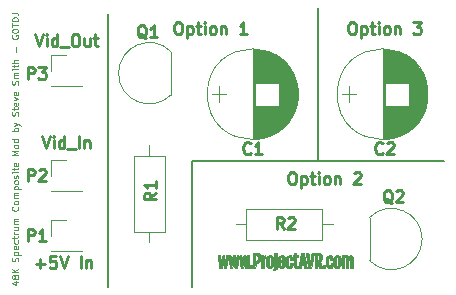
<source format=gto>
G04 #@! TF.FileFunction,Legend,Top*
%FSLAX46Y46*%
G04 Gerber Fmt 4.6, Leading zero omitted, Abs format (unit mm)*
G04 Created by KiCad (PCBNEW 4.0.5) date 07/12/17 21:06:27*
%MOMM*%
%LPD*%
G01*
G04 APERTURE LIST*
%ADD10C,0.100000*%
%ADD11C,0.125000*%
%ADD12C,0.250000*%
%ADD13C,0.200000*%
%ADD14C,0.120000*%
%ADD15C,0.010000*%
G04 APERTURE END LIST*
D10*
D11*
X106054143Y-114399004D02*
X106420810Y-114399004D01*
X105844619Y-114529957D02*
X106237476Y-114660909D01*
X106237476Y-114320433D01*
X106106524Y-114032337D02*
X106080333Y-114084718D01*
X106054143Y-114110909D01*
X106001762Y-114137099D01*
X105975571Y-114137099D01*
X105923190Y-114110909D01*
X105897000Y-114084718D01*
X105870810Y-114032337D01*
X105870810Y-113927575D01*
X105897000Y-113875194D01*
X105923190Y-113849004D01*
X105975571Y-113822813D01*
X106001762Y-113822813D01*
X106054143Y-113849004D01*
X106080333Y-113875194D01*
X106106524Y-113927575D01*
X106106524Y-114032337D01*
X106132714Y-114084718D01*
X106158905Y-114110909D01*
X106211286Y-114137099D01*
X106316048Y-114137099D01*
X106368429Y-114110909D01*
X106394619Y-114084718D01*
X106420810Y-114032337D01*
X106420810Y-113927575D01*
X106394619Y-113875194D01*
X106368429Y-113849004D01*
X106316048Y-113822813D01*
X106211286Y-113822813D01*
X106158905Y-113849004D01*
X106132714Y-113875194D01*
X106106524Y-113927575D01*
X106420810Y-113587099D02*
X105870810Y-113587099D01*
X106420810Y-113272813D02*
X106106524Y-113508527D01*
X105870810Y-113272813D02*
X106185095Y-113587099D01*
X106394619Y-112644241D02*
X106420810Y-112565670D01*
X106420810Y-112434717D01*
X106394619Y-112382336D01*
X106368429Y-112356146D01*
X106316048Y-112329955D01*
X106263667Y-112329955D01*
X106211286Y-112356146D01*
X106185095Y-112382336D01*
X106158905Y-112434717D01*
X106132714Y-112539479D01*
X106106524Y-112591860D01*
X106080333Y-112618051D01*
X106027952Y-112644241D01*
X105975571Y-112644241D01*
X105923190Y-112618051D01*
X105897000Y-112591860D01*
X105870810Y-112539479D01*
X105870810Y-112408527D01*
X105897000Y-112329955D01*
X106054143Y-112094241D02*
X106604143Y-112094241D01*
X106080333Y-112094241D02*
X106054143Y-112041860D01*
X106054143Y-111937098D01*
X106080333Y-111884717D01*
X106106524Y-111858526D01*
X106158905Y-111832336D01*
X106316048Y-111832336D01*
X106368429Y-111858526D01*
X106394619Y-111884717D01*
X106420810Y-111937098D01*
X106420810Y-112041860D01*
X106394619Y-112094241D01*
X106394619Y-111387098D02*
X106420810Y-111439479D01*
X106420810Y-111544241D01*
X106394619Y-111596622D01*
X106342238Y-111622812D01*
X106132714Y-111622812D01*
X106080333Y-111596622D01*
X106054143Y-111544241D01*
X106054143Y-111439479D01*
X106080333Y-111387098D01*
X106132714Y-111360907D01*
X106185095Y-111360907D01*
X106237476Y-111622812D01*
X106394619Y-110889478D02*
X106420810Y-110941859D01*
X106420810Y-111046621D01*
X106394619Y-111099002D01*
X106368429Y-111125193D01*
X106316048Y-111151383D01*
X106158905Y-111151383D01*
X106106524Y-111125193D01*
X106080333Y-111099002D01*
X106054143Y-111046621D01*
X106054143Y-110941859D01*
X106080333Y-110889478D01*
X106054143Y-110732335D02*
X106054143Y-110522811D01*
X105870810Y-110653764D02*
X106342238Y-110653764D01*
X106394619Y-110627573D01*
X106420810Y-110575192D01*
X106420810Y-110522811D01*
X106420810Y-110339478D02*
X106054143Y-110339478D01*
X106158905Y-110339478D02*
X106106524Y-110313287D01*
X106080333Y-110287097D01*
X106054143Y-110234716D01*
X106054143Y-110182335D01*
X106054143Y-109763287D02*
X106420810Y-109763287D01*
X106054143Y-109999002D02*
X106342238Y-109999002D01*
X106394619Y-109972811D01*
X106420810Y-109920430D01*
X106420810Y-109841859D01*
X106394619Y-109789478D01*
X106368429Y-109763287D01*
X106420810Y-109501383D02*
X106054143Y-109501383D01*
X106106524Y-109501383D02*
X106080333Y-109475192D01*
X106054143Y-109422811D01*
X106054143Y-109344240D01*
X106080333Y-109291859D01*
X106132714Y-109265668D01*
X106420810Y-109265668D01*
X106132714Y-109265668D02*
X106080333Y-109239478D01*
X106054143Y-109187097D01*
X106054143Y-109108525D01*
X106080333Y-109056145D01*
X106132714Y-109029954D01*
X106420810Y-109029954D01*
X106368429Y-108034716D02*
X106394619Y-108060906D01*
X106420810Y-108139478D01*
X106420810Y-108191859D01*
X106394619Y-108270430D01*
X106342238Y-108322811D01*
X106289857Y-108349002D01*
X106185095Y-108375192D01*
X106106524Y-108375192D01*
X106001762Y-108349002D01*
X105949381Y-108322811D01*
X105897000Y-108270430D01*
X105870810Y-108191859D01*
X105870810Y-108139478D01*
X105897000Y-108060906D01*
X105923190Y-108034716D01*
X106420810Y-107720430D02*
X106394619Y-107772811D01*
X106368429Y-107799002D01*
X106316048Y-107825192D01*
X106158905Y-107825192D01*
X106106524Y-107799002D01*
X106080333Y-107772811D01*
X106054143Y-107720430D01*
X106054143Y-107641859D01*
X106080333Y-107589478D01*
X106106524Y-107563287D01*
X106158905Y-107537097D01*
X106316048Y-107537097D01*
X106368429Y-107563287D01*
X106394619Y-107589478D01*
X106420810Y-107641859D01*
X106420810Y-107720430D01*
X106420810Y-107301383D02*
X106054143Y-107301383D01*
X106106524Y-107301383D02*
X106080333Y-107275192D01*
X106054143Y-107222811D01*
X106054143Y-107144240D01*
X106080333Y-107091859D01*
X106132714Y-107065668D01*
X106420810Y-107065668D01*
X106132714Y-107065668D02*
X106080333Y-107039478D01*
X106054143Y-106987097D01*
X106054143Y-106908525D01*
X106080333Y-106856145D01*
X106132714Y-106829954D01*
X106420810Y-106829954D01*
X106054143Y-106568050D02*
X106604143Y-106568050D01*
X106080333Y-106568050D02*
X106054143Y-106515669D01*
X106054143Y-106410907D01*
X106080333Y-106358526D01*
X106106524Y-106332335D01*
X106158905Y-106306145D01*
X106316048Y-106306145D01*
X106368429Y-106332335D01*
X106394619Y-106358526D01*
X106420810Y-106410907D01*
X106420810Y-106515669D01*
X106394619Y-106568050D01*
X106420810Y-105991859D02*
X106394619Y-106044240D01*
X106368429Y-106070431D01*
X106316048Y-106096621D01*
X106158905Y-106096621D01*
X106106524Y-106070431D01*
X106080333Y-106044240D01*
X106054143Y-105991859D01*
X106054143Y-105913288D01*
X106080333Y-105860907D01*
X106106524Y-105834716D01*
X106158905Y-105808526D01*
X106316048Y-105808526D01*
X106368429Y-105834716D01*
X106394619Y-105860907D01*
X106420810Y-105913288D01*
X106420810Y-105991859D01*
X106394619Y-105599002D02*
X106420810Y-105546621D01*
X106420810Y-105441859D01*
X106394619Y-105389478D01*
X106342238Y-105363288D01*
X106316048Y-105363288D01*
X106263667Y-105389478D01*
X106237476Y-105441859D01*
X106237476Y-105520431D01*
X106211286Y-105572812D01*
X106158905Y-105599002D01*
X106132714Y-105599002D01*
X106080333Y-105572812D01*
X106054143Y-105520431D01*
X106054143Y-105441859D01*
X106080333Y-105389478D01*
X106420810Y-105127574D02*
X106054143Y-105127574D01*
X105870810Y-105127574D02*
X105897000Y-105153764D01*
X105923190Y-105127574D01*
X105897000Y-105101383D01*
X105870810Y-105127574D01*
X105923190Y-105127574D01*
X106054143Y-104944240D02*
X106054143Y-104734716D01*
X105870810Y-104865669D02*
X106342238Y-104865669D01*
X106394619Y-104839478D01*
X106420810Y-104787097D01*
X106420810Y-104734716D01*
X106394619Y-104341859D02*
X106420810Y-104394240D01*
X106420810Y-104499002D01*
X106394619Y-104551383D01*
X106342238Y-104577573D01*
X106132714Y-104577573D01*
X106080333Y-104551383D01*
X106054143Y-104499002D01*
X106054143Y-104394240D01*
X106080333Y-104341859D01*
X106132714Y-104315668D01*
X106185095Y-104315668D01*
X106237476Y-104577573D01*
X106420810Y-103660906D02*
X105870810Y-103660906D01*
X106263667Y-103477572D01*
X105870810Y-103294239D01*
X106420810Y-103294239D01*
X106420810Y-102953763D02*
X106394619Y-103006144D01*
X106368429Y-103032335D01*
X106316048Y-103058525D01*
X106158905Y-103058525D01*
X106106524Y-103032335D01*
X106080333Y-103006144D01*
X106054143Y-102953763D01*
X106054143Y-102875192D01*
X106080333Y-102822811D01*
X106106524Y-102796620D01*
X106158905Y-102770430D01*
X106316048Y-102770430D01*
X106368429Y-102796620D01*
X106394619Y-102822811D01*
X106420810Y-102875192D01*
X106420810Y-102953763D01*
X106420810Y-102299001D02*
X105870810Y-102299001D01*
X106394619Y-102299001D02*
X106420810Y-102351382D01*
X106420810Y-102456144D01*
X106394619Y-102508525D01*
X106368429Y-102534716D01*
X106316048Y-102560906D01*
X106158905Y-102560906D01*
X106106524Y-102534716D01*
X106080333Y-102508525D01*
X106054143Y-102456144D01*
X106054143Y-102351382D01*
X106080333Y-102299001D01*
X106420810Y-101618049D02*
X105870810Y-101618049D01*
X106080333Y-101618049D02*
X106054143Y-101565668D01*
X106054143Y-101460906D01*
X106080333Y-101408525D01*
X106106524Y-101382334D01*
X106158905Y-101356144D01*
X106316048Y-101356144D01*
X106368429Y-101382334D01*
X106394619Y-101408525D01*
X106420810Y-101460906D01*
X106420810Y-101565668D01*
X106394619Y-101618049D01*
X106054143Y-101172811D02*
X106420810Y-101041858D01*
X106054143Y-100910906D02*
X106420810Y-101041858D01*
X106551762Y-101094239D01*
X106577952Y-101120430D01*
X106604143Y-101172811D01*
X106394619Y-100308524D02*
X106420810Y-100229953D01*
X106420810Y-100099000D01*
X106394619Y-100046619D01*
X106368429Y-100020429D01*
X106316048Y-99994238D01*
X106263667Y-99994238D01*
X106211286Y-100020429D01*
X106185095Y-100046619D01*
X106158905Y-100099000D01*
X106132714Y-100203762D01*
X106106524Y-100256143D01*
X106080333Y-100282334D01*
X106027952Y-100308524D01*
X105975571Y-100308524D01*
X105923190Y-100282334D01*
X105897000Y-100256143D01*
X105870810Y-100203762D01*
X105870810Y-100072810D01*
X105897000Y-99994238D01*
X106054143Y-99837095D02*
X106054143Y-99627571D01*
X105870810Y-99758524D02*
X106342238Y-99758524D01*
X106394619Y-99732333D01*
X106420810Y-99679952D01*
X106420810Y-99627571D01*
X106394619Y-99234714D02*
X106420810Y-99287095D01*
X106420810Y-99391857D01*
X106394619Y-99444238D01*
X106342238Y-99470428D01*
X106132714Y-99470428D01*
X106080333Y-99444238D01*
X106054143Y-99391857D01*
X106054143Y-99287095D01*
X106080333Y-99234714D01*
X106132714Y-99208523D01*
X106185095Y-99208523D01*
X106237476Y-99470428D01*
X106054143Y-99025190D02*
X106420810Y-98894237D01*
X106054143Y-98763285D01*
X106394619Y-98344237D02*
X106420810Y-98396618D01*
X106420810Y-98501380D01*
X106394619Y-98553761D01*
X106342238Y-98579951D01*
X106132714Y-98579951D01*
X106080333Y-98553761D01*
X106054143Y-98501380D01*
X106054143Y-98396618D01*
X106080333Y-98344237D01*
X106132714Y-98318046D01*
X106185095Y-98318046D01*
X106237476Y-98579951D01*
X106394619Y-97689474D02*
X106420810Y-97610903D01*
X106420810Y-97479950D01*
X106394619Y-97427569D01*
X106368429Y-97401379D01*
X106316048Y-97375188D01*
X106263667Y-97375188D01*
X106211286Y-97401379D01*
X106185095Y-97427569D01*
X106158905Y-97479950D01*
X106132714Y-97584712D01*
X106106524Y-97637093D01*
X106080333Y-97663284D01*
X106027952Y-97689474D01*
X105975571Y-97689474D01*
X105923190Y-97663284D01*
X105897000Y-97637093D01*
X105870810Y-97584712D01*
X105870810Y-97453760D01*
X105897000Y-97375188D01*
X106420810Y-97139474D02*
X106054143Y-97139474D01*
X106106524Y-97139474D02*
X106080333Y-97113283D01*
X106054143Y-97060902D01*
X106054143Y-96982331D01*
X106080333Y-96929950D01*
X106132714Y-96903759D01*
X106420810Y-96903759D01*
X106132714Y-96903759D02*
X106080333Y-96877569D01*
X106054143Y-96825188D01*
X106054143Y-96746616D01*
X106080333Y-96694236D01*
X106132714Y-96668045D01*
X106420810Y-96668045D01*
X106420810Y-96406141D02*
X106054143Y-96406141D01*
X105870810Y-96406141D02*
X105897000Y-96432331D01*
X105923190Y-96406141D01*
X105897000Y-96379950D01*
X105870810Y-96406141D01*
X105923190Y-96406141D01*
X106054143Y-96222807D02*
X106054143Y-96013283D01*
X105870810Y-96144236D02*
X106342238Y-96144236D01*
X106394619Y-96118045D01*
X106420810Y-96065664D01*
X106420810Y-96013283D01*
X106420810Y-95829950D02*
X105870810Y-95829950D01*
X106420810Y-95594235D02*
X106132714Y-95594235D01*
X106080333Y-95620426D01*
X106054143Y-95672807D01*
X106054143Y-95751378D01*
X106080333Y-95803759D01*
X106106524Y-95829950D01*
X106211286Y-94913283D02*
X106211286Y-94494235D01*
X105897000Y-93525187D02*
X105870810Y-93577568D01*
X105870810Y-93656140D01*
X105897000Y-93734711D01*
X105949381Y-93787092D01*
X106001762Y-93813283D01*
X106106524Y-93839473D01*
X106185095Y-93839473D01*
X106289857Y-93813283D01*
X106342238Y-93787092D01*
X106394619Y-93734711D01*
X106420810Y-93656140D01*
X106420810Y-93603759D01*
X106394619Y-93525187D01*
X106368429Y-93498997D01*
X106185095Y-93498997D01*
X106185095Y-93603759D01*
X105870810Y-93158521D02*
X105870810Y-93106140D01*
X105897000Y-93053759D01*
X105923190Y-93027568D01*
X105975571Y-93001378D01*
X106080333Y-92975187D01*
X106211286Y-92975187D01*
X106316048Y-93001378D01*
X106368429Y-93027568D01*
X106394619Y-93053759D01*
X106420810Y-93106140D01*
X106420810Y-93158521D01*
X106394619Y-93210902D01*
X106368429Y-93237092D01*
X106316048Y-93263283D01*
X106211286Y-93289473D01*
X106080333Y-93289473D01*
X105975571Y-93263283D01*
X105923190Y-93237092D01*
X105897000Y-93210902D01*
X105870810Y-93158521D01*
X105870810Y-92818044D02*
X105870810Y-92503758D01*
X106420810Y-92660901D02*
X105870810Y-92660901D01*
X106420810Y-92320425D02*
X105870810Y-92320425D01*
X105870810Y-92189472D01*
X105897000Y-92110901D01*
X105949381Y-92058520D01*
X106001762Y-92032329D01*
X106106524Y-92006139D01*
X106185095Y-92006139D01*
X106289857Y-92032329D01*
X106342238Y-92058520D01*
X106394619Y-92110901D01*
X106420810Y-92189472D01*
X106420810Y-92320425D01*
X105870810Y-91613282D02*
X106263667Y-91613282D01*
X106342238Y-91639472D01*
X106394619Y-91691853D01*
X106420810Y-91770425D01*
X106420810Y-91822806D01*
D12*
X134580666Y-92416381D02*
X134771143Y-92416381D01*
X134866381Y-92464000D01*
X134961619Y-92559238D01*
X135009238Y-92749714D01*
X135009238Y-93083048D01*
X134961619Y-93273524D01*
X134866381Y-93368762D01*
X134771143Y-93416381D01*
X134580666Y-93416381D01*
X134485428Y-93368762D01*
X134390190Y-93273524D01*
X134342571Y-93083048D01*
X134342571Y-92749714D01*
X134390190Y-92559238D01*
X134485428Y-92464000D01*
X134580666Y-92416381D01*
X135437809Y-92749714D02*
X135437809Y-93749714D01*
X135437809Y-92797333D02*
X135533047Y-92749714D01*
X135723524Y-92749714D01*
X135818762Y-92797333D01*
X135866381Y-92844952D01*
X135914000Y-92940190D01*
X135914000Y-93225905D01*
X135866381Y-93321143D01*
X135818762Y-93368762D01*
X135723524Y-93416381D01*
X135533047Y-93416381D01*
X135437809Y-93368762D01*
X136199714Y-92749714D02*
X136580666Y-92749714D01*
X136342571Y-92416381D02*
X136342571Y-93273524D01*
X136390190Y-93368762D01*
X136485428Y-93416381D01*
X136580666Y-93416381D01*
X136914000Y-93416381D02*
X136914000Y-92749714D01*
X136914000Y-92416381D02*
X136866381Y-92464000D01*
X136914000Y-92511619D01*
X136961619Y-92464000D01*
X136914000Y-92416381D01*
X136914000Y-92511619D01*
X137533047Y-93416381D02*
X137437809Y-93368762D01*
X137390190Y-93321143D01*
X137342571Y-93225905D01*
X137342571Y-92940190D01*
X137390190Y-92844952D01*
X137437809Y-92797333D01*
X137533047Y-92749714D01*
X137675905Y-92749714D01*
X137771143Y-92797333D01*
X137818762Y-92844952D01*
X137866381Y-92940190D01*
X137866381Y-93225905D01*
X137818762Y-93321143D01*
X137771143Y-93368762D01*
X137675905Y-93416381D01*
X137533047Y-93416381D01*
X138294952Y-92749714D02*
X138294952Y-93416381D01*
X138294952Y-92844952D02*
X138342571Y-92797333D01*
X138437809Y-92749714D01*
X138580667Y-92749714D01*
X138675905Y-92797333D01*
X138723524Y-92892571D01*
X138723524Y-93416381D01*
X139866381Y-92416381D02*
X140485429Y-92416381D01*
X140152095Y-92797333D01*
X140294953Y-92797333D01*
X140390191Y-92844952D01*
X140437810Y-92892571D01*
X140485429Y-92987810D01*
X140485429Y-93225905D01*
X140437810Y-93321143D01*
X140390191Y-93368762D01*
X140294953Y-93416381D01*
X140009238Y-93416381D01*
X139914000Y-93368762D01*
X139866381Y-93321143D01*
X129500666Y-105116381D02*
X129691143Y-105116381D01*
X129786381Y-105164000D01*
X129881619Y-105259238D01*
X129929238Y-105449714D01*
X129929238Y-105783048D01*
X129881619Y-105973524D01*
X129786381Y-106068762D01*
X129691143Y-106116381D01*
X129500666Y-106116381D01*
X129405428Y-106068762D01*
X129310190Y-105973524D01*
X129262571Y-105783048D01*
X129262571Y-105449714D01*
X129310190Y-105259238D01*
X129405428Y-105164000D01*
X129500666Y-105116381D01*
X130357809Y-105449714D02*
X130357809Y-106449714D01*
X130357809Y-105497333D02*
X130453047Y-105449714D01*
X130643524Y-105449714D01*
X130738762Y-105497333D01*
X130786381Y-105544952D01*
X130834000Y-105640190D01*
X130834000Y-105925905D01*
X130786381Y-106021143D01*
X130738762Y-106068762D01*
X130643524Y-106116381D01*
X130453047Y-106116381D01*
X130357809Y-106068762D01*
X131119714Y-105449714D02*
X131500666Y-105449714D01*
X131262571Y-105116381D02*
X131262571Y-105973524D01*
X131310190Y-106068762D01*
X131405428Y-106116381D01*
X131500666Y-106116381D01*
X131834000Y-106116381D02*
X131834000Y-105449714D01*
X131834000Y-105116381D02*
X131786381Y-105164000D01*
X131834000Y-105211619D01*
X131881619Y-105164000D01*
X131834000Y-105116381D01*
X131834000Y-105211619D01*
X132453047Y-106116381D02*
X132357809Y-106068762D01*
X132310190Y-106021143D01*
X132262571Y-105925905D01*
X132262571Y-105640190D01*
X132310190Y-105544952D01*
X132357809Y-105497333D01*
X132453047Y-105449714D01*
X132595905Y-105449714D01*
X132691143Y-105497333D01*
X132738762Y-105544952D01*
X132786381Y-105640190D01*
X132786381Y-105925905D01*
X132738762Y-106021143D01*
X132691143Y-106068762D01*
X132595905Y-106116381D01*
X132453047Y-106116381D01*
X133214952Y-105449714D02*
X133214952Y-106116381D01*
X133214952Y-105544952D02*
X133262571Y-105497333D01*
X133357809Y-105449714D01*
X133500667Y-105449714D01*
X133595905Y-105497333D01*
X133643524Y-105592571D01*
X133643524Y-106116381D01*
X134834000Y-105211619D02*
X134881619Y-105164000D01*
X134976857Y-105116381D01*
X135214953Y-105116381D01*
X135310191Y-105164000D01*
X135357810Y-105211619D01*
X135405429Y-105306857D01*
X135405429Y-105402095D01*
X135357810Y-105544952D01*
X134786381Y-106116381D01*
X135405429Y-106116381D01*
X119848666Y-92416381D02*
X120039143Y-92416381D01*
X120134381Y-92464000D01*
X120229619Y-92559238D01*
X120277238Y-92749714D01*
X120277238Y-93083048D01*
X120229619Y-93273524D01*
X120134381Y-93368762D01*
X120039143Y-93416381D01*
X119848666Y-93416381D01*
X119753428Y-93368762D01*
X119658190Y-93273524D01*
X119610571Y-93083048D01*
X119610571Y-92749714D01*
X119658190Y-92559238D01*
X119753428Y-92464000D01*
X119848666Y-92416381D01*
X120705809Y-92749714D02*
X120705809Y-93749714D01*
X120705809Y-92797333D02*
X120801047Y-92749714D01*
X120991524Y-92749714D01*
X121086762Y-92797333D01*
X121134381Y-92844952D01*
X121182000Y-92940190D01*
X121182000Y-93225905D01*
X121134381Y-93321143D01*
X121086762Y-93368762D01*
X120991524Y-93416381D01*
X120801047Y-93416381D01*
X120705809Y-93368762D01*
X121467714Y-92749714D02*
X121848666Y-92749714D01*
X121610571Y-92416381D02*
X121610571Y-93273524D01*
X121658190Y-93368762D01*
X121753428Y-93416381D01*
X121848666Y-93416381D01*
X122182000Y-93416381D02*
X122182000Y-92749714D01*
X122182000Y-92416381D02*
X122134381Y-92464000D01*
X122182000Y-92511619D01*
X122229619Y-92464000D01*
X122182000Y-92416381D01*
X122182000Y-92511619D01*
X122801047Y-93416381D02*
X122705809Y-93368762D01*
X122658190Y-93321143D01*
X122610571Y-93225905D01*
X122610571Y-92940190D01*
X122658190Y-92844952D01*
X122705809Y-92797333D01*
X122801047Y-92749714D01*
X122943905Y-92749714D01*
X123039143Y-92797333D01*
X123086762Y-92844952D01*
X123134381Y-92940190D01*
X123134381Y-93225905D01*
X123086762Y-93321143D01*
X123039143Y-93368762D01*
X122943905Y-93416381D01*
X122801047Y-93416381D01*
X123562952Y-92749714D02*
X123562952Y-93416381D01*
X123562952Y-92844952D02*
X123610571Y-92797333D01*
X123705809Y-92749714D01*
X123848667Y-92749714D01*
X123943905Y-92797333D01*
X123991524Y-92892571D01*
X123991524Y-93416381D01*
X125753429Y-93416381D02*
X125182000Y-93416381D01*
X125467714Y-93416381D02*
X125467714Y-92416381D01*
X125372476Y-92559238D01*
X125277238Y-92654476D01*
X125182000Y-92702095D01*
X107878857Y-112847429D02*
X108640762Y-112847429D01*
X108259810Y-113228381D02*
X108259810Y-112466476D01*
X109593143Y-112228381D02*
X109116952Y-112228381D01*
X109069333Y-112704571D01*
X109116952Y-112656952D01*
X109212190Y-112609333D01*
X109450286Y-112609333D01*
X109545524Y-112656952D01*
X109593143Y-112704571D01*
X109640762Y-112799810D01*
X109640762Y-113037905D01*
X109593143Y-113133143D01*
X109545524Y-113180762D01*
X109450286Y-113228381D01*
X109212190Y-113228381D01*
X109116952Y-113180762D01*
X109069333Y-113133143D01*
X109926476Y-112228381D02*
X110259809Y-113228381D01*
X110593143Y-112228381D01*
X111688381Y-113228381D02*
X111688381Y-112228381D01*
X112164571Y-112561714D02*
X112164571Y-113228381D01*
X112164571Y-112656952D02*
X112212190Y-112609333D01*
X112307428Y-112561714D01*
X112450286Y-112561714D01*
X112545524Y-112609333D01*
X112593143Y-112704571D01*
X112593143Y-113228381D01*
X108394762Y-102068381D02*
X108728095Y-103068381D01*
X109061429Y-102068381D01*
X109394762Y-103068381D02*
X109394762Y-102401714D01*
X109394762Y-102068381D02*
X109347143Y-102116000D01*
X109394762Y-102163619D01*
X109442381Y-102116000D01*
X109394762Y-102068381D01*
X109394762Y-102163619D01*
X110299524Y-103068381D02*
X110299524Y-102068381D01*
X110299524Y-103020762D02*
X110204286Y-103068381D01*
X110013809Y-103068381D01*
X109918571Y-103020762D01*
X109870952Y-102973143D01*
X109823333Y-102877905D01*
X109823333Y-102592190D01*
X109870952Y-102496952D01*
X109918571Y-102449333D01*
X110013809Y-102401714D01*
X110204286Y-102401714D01*
X110299524Y-102449333D01*
X110537619Y-103163619D02*
X111299524Y-103163619D01*
X111537619Y-103068381D02*
X111537619Y-102068381D01*
X112013809Y-102401714D02*
X112013809Y-103068381D01*
X112013809Y-102496952D02*
X112061428Y-102449333D01*
X112156666Y-102401714D01*
X112299524Y-102401714D01*
X112394762Y-102449333D01*
X112442381Y-102544571D01*
X112442381Y-103068381D01*
X107823333Y-93432381D02*
X108156666Y-94432381D01*
X108490000Y-93432381D01*
X108823333Y-94432381D02*
X108823333Y-93765714D01*
X108823333Y-93432381D02*
X108775714Y-93480000D01*
X108823333Y-93527619D01*
X108870952Y-93480000D01*
X108823333Y-93432381D01*
X108823333Y-93527619D01*
X109728095Y-94432381D02*
X109728095Y-93432381D01*
X109728095Y-94384762D02*
X109632857Y-94432381D01*
X109442380Y-94432381D01*
X109347142Y-94384762D01*
X109299523Y-94337143D01*
X109251904Y-94241905D01*
X109251904Y-93956190D01*
X109299523Y-93860952D01*
X109347142Y-93813333D01*
X109442380Y-93765714D01*
X109632857Y-93765714D01*
X109728095Y-93813333D01*
X109966190Y-94527619D02*
X110728095Y-94527619D01*
X111156666Y-93432381D02*
X111347143Y-93432381D01*
X111442381Y-93480000D01*
X111537619Y-93575238D01*
X111585238Y-93765714D01*
X111585238Y-94099048D01*
X111537619Y-94289524D01*
X111442381Y-94384762D01*
X111347143Y-94432381D01*
X111156666Y-94432381D01*
X111061428Y-94384762D01*
X110966190Y-94289524D01*
X110918571Y-94099048D01*
X110918571Y-93765714D01*
X110966190Y-93575238D01*
X111061428Y-93480000D01*
X111156666Y-93432381D01*
X112442381Y-93765714D02*
X112442381Y-94432381D01*
X112013809Y-93765714D02*
X112013809Y-94289524D01*
X112061428Y-94384762D01*
X112156666Y-94432381D01*
X112299524Y-94432381D01*
X112394762Y-94384762D01*
X112442381Y-94337143D01*
X112775714Y-93765714D02*
X113156666Y-93765714D01*
X112918571Y-93432381D02*
X112918571Y-94289524D01*
X112966190Y-94384762D01*
X113061428Y-94432381D01*
X113156666Y-94432381D01*
D13*
X131826000Y-104140000D02*
X142494000Y-104140000D01*
X131826000Y-104140000D02*
X131826000Y-91186000D01*
X121158000Y-104140000D02*
X131826000Y-104140000D01*
X121158000Y-114808000D02*
X121158000Y-104140000D01*
X114046000Y-91694000D02*
X114046000Y-114808000D01*
D14*
X126250000Y-94700000D02*
X126250000Y-102300000D01*
X126290000Y-94700000D02*
X126290000Y-102300000D01*
X126330000Y-94700000D02*
X126330000Y-102300000D01*
X126370000Y-94701000D02*
X126370000Y-102299000D01*
X126410000Y-94703000D02*
X126410000Y-102297000D01*
X126450000Y-94705000D02*
X126450000Y-102295000D01*
X126490000Y-94707000D02*
X126490000Y-102293000D01*
X126530000Y-94710000D02*
X126530000Y-97520000D01*
X126530000Y-99480000D02*
X126530000Y-102290000D01*
X126570000Y-94713000D02*
X126570000Y-97520000D01*
X126570000Y-99480000D02*
X126570000Y-102287000D01*
X126610000Y-94716000D02*
X126610000Y-97520000D01*
X126610000Y-99480000D02*
X126610000Y-102284000D01*
X126650000Y-94720000D02*
X126650000Y-97520000D01*
X126650000Y-99480000D02*
X126650000Y-102280000D01*
X126690000Y-94725000D02*
X126690000Y-97520000D01*
X126690000Y-99480000D02*
X126690000Y-102275000D01*
X126730000Y-94730000D02*
X126730000Y-97520000D01*
X126730000Y-99480000D02*
X126730000Y-102270000D01*
X126770000Y-94735000D02*
X126770000Y-97520000D01*
X126770000Y-99480000D02*
X126770000Y-102265000D01*
X126810000Y-94741000D02*
X126810000Y-97520000D01*
X126810000Y-99480000D02*
X126810000Y-102259000D01*
X126850000Y-94747000D02*
X126850000Y-97520000D01*
X126850000Y-99480000D02*
X126850000Y-102253000D01*
X126890000Y-94753000D02*
X126890000Y-97520000D01*
X126890000Y-99480000D02*
X126890000Y-102247000D01*
X126930000Y-94760000D02*
X126930000Y-97520000D01*
X126930000Y-99480000D02*
X126930000Y-102240000D01*
X126971000Y-94768000D02*
X126971000Y-97520000D01*
X126971000Y-99480000D02*
X126971000Y-102232000D01*
X127011000Y-94775000D02*
X127011000Y-97520000D01*
X127011000Y-99480000D02*
X127011000Y-102225000D01*
X127051000Y-94784000D02*
X127051000Y-97520000D01*
X127051000Y-99480000D02*
X127051000Y-102216000D01*
X127091000Y-94793000D02*
X127091000Y-97520000D01*
X127091000Y-99480000D02*
X127091000Y-102207000D01*
X127131000Y-94802000D02*
X127131000Y-97520000D01*
X127131000Y-99480000D02*
X127131000Y-102198000D01*
X127171000Y-94811000D02*
X127171000Y-97520000D01*
X127171000Y-99480000D02*
X127171000Y-102189000D01*
X127211000Y-94821000D02*
X127211000Y-97520000D01*
X127211000Y-99480000D02*
X127211000Y-102179000D01*
X127251000Y-94832000D02*
X127251000Y-97520000D01*
X127251000Y-99480000D02*
X127251000Y-102168000D01*
X127291000Y-94843000D02*
X127291000Y-97520000D01*
X127291000Y-99480000D02*
X127291000Y-102157000D01*
X127331000Y-94855000D02*
X127331000Y-97520000D01*
X127331000Y-99480000D02*
X127331000Y-102145000D01*
X127371000Y-94866000D02*
X127371000Y-97520000D01*
X127371000Y-99480000D02*
X127371000Y-102134000D01*
X127411000Y-94879000D02*
X127411000Y-97520000D01*
X127411000Y-99480000D02*
X127411000Y-102121000D01*
X127451000Y-94892000D02*
X127451000Y-97520000D01*
X127451000Y-99480000D02*
X127451000Y-102108000D01*
X127491000Y-94905000D02*
X127491000Y-97520000D01*
X127491000Y-99480000D02*
X127491000Y-102095000D01*
X127531000Y-94919000D02*
X127531000Y-97520000D01*
X127531000Y-99480000D02*
X127531000Y-102081000D01*
X127571000Y-94934000D02*
X127571000Y-97520000D01*
X127571000Y-99480000D02*
X127571000Y-102066000D01*
X127611000Y-94948000D02*
X127611000Y-97520000D01*
X127611000Y-99480000D02*
X127611000Y-102052000D01*
X127651000Y-94964000D02*
X127651000Y-97520000D01*
X127651000Y-99480000D02*
X127651000Y-102036000D01*
X127691000Y-94980000D02*
X127691000Y-97520000D01*
X127691000Y-99480000D02*
X127691000Y-102020000D01*
X127731000Y-94996000D02*
X127731000Y-97520000D01*
X127731000Y-99480000D02*
X127731000Y-102004000D01*
X127771000Y-95013000D02*
X127771000Y-97520000D01*
X127771000Y-99480000D02*
X127771000Y-101987000D01*
X127811000Y-95031000D02*
X127811000Y-97520000D01*
X127811000Y-99480000D02*
X127811000Y-101969000D01*
X127851000Y-95049000D02*
X127851000Y-97520000D01*
X127851000Y-99480000D02*
X127851000Y-101951000D01*
X127891000Y-95067000D02*
X127891000Y-97520000D01*
X127891000Y-99480000D02*
X127891000Y-101933000D01*
X127931000Y-95087000D02*
X127931000Y-97520000D01*
X127931000Y-99480000D02*
X127931000Y-101913000D01*
X127971000Y-95106000D02*
X127971000Y-97520000D01*
X127971000Y-99480000D02*
X127971000Y-101894000D01*
X128011000Y-95127000D02*
X128011000Y-97520000D01*
X128011000Y-99480000D02*
X128011000Y-101873000D01*
X128051000Y-95148000D02*
X128051000Y-97520000D01*
X128051000Y-99480000D02*
X128051000Y-101852000D01*
X128091000Y-95169000D02*
X128091000Y-97520000D01*
X128091000Y-99480000D02*
X128091000Y-101831000D01*
X128131000Y-95191000D02*
X128131000Y-97520000D01*
X128131000Y-99480000D02*
X128131000Y-101809000D01*
X128171000Y-95214000D02*
X128171000Y-97520000D01*
X128171000Y-99480000D02*
X128171000Y-101786000D01*
X128211000Y-95237000D02*
X128211000Y-97520000D01*
X128211000Y-99480000D02*
X128211000Y-101763000D01*
X128251000Y-95261000D02*
X128251000Y-97520000D01*
X128251000Y-99480000D02*
X128251000Y-101739000D01*
X128291000Y-95286000D02*
X128291000Y-97520000D01*
X128291000Y-99480000D02*
X128291000Y-101714000D01*
X128331000Y-95312000D02*
X128331000Y-97520000D01*
X128331000Y-99480000D02*
X128331000Y-101688000D01*
X128371000Y-95338000D02*
X128371000Y-97520000D01*
X128371000Y-99480000D02*
X128371000Y-101662000D01*
X128411000Y-95365000D02*
X128411000Y-97520000D01*
X128411000Y-99480000D02*
X128411000Y-101635000D01*
X128451000Y-95392000D02*
X128451000Y-97520000D01*
X128451000Y-99480000D02*
X128451000Y-101608000D01*
X128491000Y-95421000D02*
X128491000Y-101579000D01*
X128531000Y-95450000D02*
X128531000Y-101550000D01*
X128571000Y-95480000D02*
X128571000Y-101520000D01*
X128611000Y-95510000D02*
X128611000Y-101490000D01*
X128651000Y-95542000D02*
X128651000Y-101458000D01*
X128691000Y-95574000D02*
X128691000Y-101426000D01*
X128731000Y-95608000D02*
X128731000Y-101392000D01*
X128771000Y-95642000D02*
X128771000Y-101358000D01*
X128811000Y-95677000D02*
X128811000Y-101323000D01*
X128851000Y-95714000D02*
X128851000Y-101286000D01*
X128891000Y-95751000D02*
X128891000Y-101249000D01*
X128931000Y-95789000D02*
X128931000Y-101211000D01*
X128971000Y-95829000D02*
X128971000Y-101171000D01*
X129011000Y-95870000D02*
X129011000Y-101130000D01*
X129051000Y-95912000D02*
X129051000Y-101088000D01*
X129091000Y-95955000D02*
X129091000Y-101045000D01*
X129131000Y-96000000D02*
X129131000Y-101000000D01*
X129171000Y-96046000D02*
X129171000Y-100954000D01*
X129211000Y-96093000D02*
X129211000Y-100907000D01*
X129251000Y-96143000D02*
X129251000Y-100857000D01*
X129291000Y-96193000D02*
X129291000Y-100807000D01*
X129331000Y-96246000D02*
X129331000Y-100754000D01*
X129371000Y-96301000D02*
X129371000Y-100699000D01*
X129411000Y-96358000D02*
X129411000Y-100642000D01*
X129451000Y-96417000D02*
X129451000Y-100583000D01*
X129491000Y-96478000D02*
X129491000Y-100522000D01*
X129531000Y-96543000D02*
X129531000Y-100457000D01*
X129571000Y-96610000D02*
X129571000Y-100390000D01*
X129611000Y-96680000D02*
X129611000Y-100320000D01*
X129651000Y-96755000D02*
X129651000Y-100245000D01*
X129691000Y-96833000D02*
X129691000Y-100167000D01*
X129731000Y-96916000D02*
X129731000Y-100084000D01*
X129771000Y-97005000D02*
X129771000Y-99995000D01*
X129811000Y-97100000D02*
X129811000Y-99900000D01*
X129851000Y-97203000D02*
X129851000Y-99797000D01*
X129891000Y-97316000D02*
X129891000Y-99684000D01*
X129931000Y-97443000D02*
X129931000Y-99557000D01*
X129971000Y-97587000D02*
X129971000Y-99413000D01*
X130011000Y-97760000D02*
X130011000Y-99240000D01*
X130051000Y-97987000D02*
X130051000Y-99013000D01*
X122800000Y-98500000D02*
X124000000Y-98500000D01*
X123400000Y-97850000D02*
X123400000Y-99150000D01*
X130090000Y-98500000D02*
G75*
G03X130090000Y-98500000I-3840000J0D01*
G01*
X137250000Y-94700000D02*
X137250000Y-102300000D01*
X137290000Y-94700000D02*
X137290000Y-102300000D01*
X137330000Y-94700000D02*
X137330000Y-102300000D01*
X137370000Y-94701000D02*
X137370000Y-102299000D01*
X137410000Y-94703000D02*
X137410000Y-102297000D01*
X137450000Y-94705000D02*
X137450000Y-102295000D01*
X137490000Y-94707000D02*
X137490000Y-102293000D01*
X137530000Y-94710000D02*
X137530000Y-97520000D01*
X137530000Y-99480000D02*
X137530000Y-102290000D01*
X137570000Y-94713000D02*
X137570000Y-97520000D01*
X137570000Y-99480000D02*
X137570000Y-102287000D01*
X137610000Y-94716000D02*
X137610000Y-97520000D01*
X137610000Y-99480000D02*
X137610000Y-102284000D01*
X137650000Y-94720000D02*
X137650000Y-97520000D01*
X137650000Y-99480000D02*
X137650000Y-102280000D01*
X137690000Y-94725000D02*
X137690000Y-97520000D01*
X137690000Y-99480000D02*
X137690000Y-102275000D01*
X137730000Y-94730000D02*
X137730000Y-97520000D01*
X137730000Y-99480000D02*
X137730000Y-102270000D01*
X137770000Y-94735000D02*
X137770000Y-97520000D01*
X137770000Y-99480000D02*
X137770000Y-102265000D01*
X137810000Y-94741000D02*
X137810000Y-97520000D01*
X137810000Y-99480000D02*
X137810000Y-102259000D01*
X137850000Y-94747000D02*
X137850000Y-97520000D01*
X137850000Y-99480000D02*
X137850000Y-102253000D01*
X137890000Y-94753000D02*
X137890000Y-97520000D01*
X137890000Y-99480000D02*
X137890000Y-102247000D01*
X137930000Y-94760000D02*
X137930000Y-97520000D01*
X137930000Y-99480000D02*
X137930000Y-102240000D01*
X137971000Y-94768000D02*
X137971000Y-97520000D01*
X137971000Y-99480000D02*
X137971000Y-102232000D01*
X138011000Y-94775000D02*
X138011000Y-97520000D01*
X138011000Y-99480000D02*
X138011000Y-102225000D01*
X138051000Y-94784000D02*
X138051000Y-97520000D01*
X138051000Y-99480000D02*
X138051000Y-102216000D01*
X138091000Y-94793000D02*
X138091000Y-97520000D01*
X138091000Y-99480000D02*
X138091000Y-102207000D01*
X138131000Y-94802000D02*
X138131000Y-97520000D01*
X138131000Y-99480000D02*
X138131000Y-102198000D01*
X138171000Y-94811000D02*
X138171000Y-97520000D01*
X138171000Y-99480000D02*
X138171000Y-102189000D01*
X138211000Y-94821000D02*
X138211000Y-97520000D01*
X138211000Y-99480000D02*
X138211000Y-102179000D01*
X138251000Y-94832000D02*
X138251000Y-97520000D01*
X138251000Y-99480000D02*
X138251000Y-102168000D01*
X138291000Y-94843000D02*
X138291000Y-97520000D01*
X138291000Y-99480000D02*
X138291000Y-102157000D01*
X138331000Y-94855000D02*
X138331000Y-97520000D01*
X138331000Y-99480000D02*
X138331000Y-102145000D01*
X138371000Y-94866000D02*
X138371000Y-97520000D01*
X138371000Y-99480000D02*
X138371000Y-102134000D01*
X138411000Y-94879000D02*
X138411000Y-97520000D01*
X138411000Y-99480000D02*
X138411000Y-102121000D01*
X138451000Y-94892000D02*
X138451000Y-97520000D01*
X138451000Y-99480000D02*
X138451000Y-102108000D01*
X138491000Y-94905000D02*
X138491000Y-97520000D01*
X138491000Y-99480000D02*
X138491000Y-102095000D01*
X138531000Y-94919000D02*
X138531000Y-97520000D01*
X138531000Y-99480000D02*
X138531000Y-102081000D01*
X138571000Y-94934000D02*
X138571000Y-97520000D01*
X138571000Y-99480000D02*
X138571000Y-102066000D01*
X138611000Y-94948000D02*
X138611000Y-97520000D01*
X138611000Y-99480000D02*
X138611000Y-102052000D01*
X138651000Y-94964000D02*
X138651000Y-97520000D01*
X138651000Y-99480000D02*
X138651000Y-102036000D01*
X138691000Y-94980000D02*
X138691000Y-97520000D01*
X138691000Y-99480000D02*
X138691000Y-102020000D01*
X138731000Y-94996000D02*
X138731000Y-97520000D01*
X138731000Y-99480000D02*
X138731000Y-102004000D01*
X138771000Y-95013000D02*
X138771000Y-97520000D01*
X138771000Y-99480000D02*
X138771000Y-101987000D01*
X138811000Y-95031000D02*
X138811000Y-97520000D01*
X138811000Y-99480000D02*
X138811000Y-101969000D01*
X138851000Y-95049000D02*
X138851000Y-97520000D01*
X138851000Y-99480000D02*
X138851000Y-101951000D01*
X138891000Y-95067000D02*
X138891000Y-97520000D01*
X138891000Y-99480000D02*
X138891000Y-101933000D01*
X138931000Y-95087000D02*
X138931000Y-97520000D01*
X138931000Y-99480000D02*
X138931000Y-101913000D01*
X138971000Y-95106000D02*
X138971000Y-97520000D01*
X138971000Y-99480000D02*
X138971000Y-101894000D01*
X139011000Y-95127000D02*
X139011000Y-97520000D01*
X139011000Y-99480000D02*
X139011000Y-101873000D01*
X139051000Y-95148000D02*
X139051000Y-97520000D01*
X139051000Y-99480000D02*
X139051000Y-101852000D01*
X139091000Y-95169000D02*
X139091000Y-97520000D01*
X139091000Y-99480000D02*
X139091000Y-101831000D01*
X139131000Y-95191000D02*
X139131000Y-97520000D01*
X139131000Y-99480000D02*
X139131000Y-101809000D01*
X139171000Y-95214000D02*
X139171000Y-97520000D01*
X139171000Y-99480000D02*
X139171000Y-101786000D01*
X139211000Y-95237000D02*
X139211000Y-97520000D01*
X139211000Y-99480000D02*
X139211000Y-101763000D01*
X139251000Y-95261000D02*
X139251000Y-97520000D01*
X139251000Y-99480000D02*
X139251000Y-101739000D01*
X139291000Y-95286000D02*
X139291000Y-97520000D01*
X139291000Y-99480000D02*
X139291000Y-101714000D01*
X139331000Y-95312000D02*
X139331000Y-97520000D01*
X139331000Y-99480000D02*
X139331000Y-101688000D01*
X139371000Y-95338000D02*
X139371000Y-97520000D01*
X139371000Y-99480000D02*
X139371000Y-101662000D01*
X139411000Y-95365000D02*
X139411000Y-97520000D01*
X139411000Y-99480000D02*
X139411000Y-101635000D01*
X139451000Y-95392000D02*
X139451000Y-97520000D01*
X139451000Y-99480000D02*
X139451000Y-101608000D01*
X139491000Y-95421000D02*
X139491000Y-101579000D01*
X139531000Y-95450000D02*
X139531000Y-101550000D01*
X139571000Y-95480000D02*
X139571000Y-101520000D01*
X139611000Y-95510000D02*
X139611000Y-101490000D01*
X139651000Y-95542000D02*
X139651000Y-101458000D01*
X139691000Y-95574000D02*
X139691000Y-101426000D01*
X139731000Y-95608000D02*
X139731000Y-101392000D01*
X139771000Y-95642000D02*
X139771000Y-101358000D01*
X139811000Y-95677000D02*
X139811000Y-101323000D01*
X139851000Y-95714000D02*
X139851000Y-101286000D01*
X139891000Y-95751000D02*
X139891000Y-101249000D01*
X139931000Y-95789000D02*
X139931000Y-101211000D01*
X139971000Y-95829000D02*
X139971000Y-101171000D01*
X140011000Y-95870000D02*
X140011000Y-101130000D01*
X140051000Y-95912000D02*
X140051000Y-101088000D01*
X140091000Y-95955000D02*
X140091000Y-101045000D01*
X140131000Y-96000000D02*
X140131000Y-101000000D01*
X140171000Y-96046000D02*
X140171000Y-100954000D01*
X140211000Y-96093000D02*
X140211000Y-100907000D01*
X140251000Y-96143000D02*
X140251000Y-100857000D01*
X140291000Y-96193000D02*
X140291000Y-100807000D01*
X140331000Y-96246000D02*
X140331000Y-100754000D01*
X140371000Y-96301000D02*
X140371000Y-100699000D01*
X140411000Y-96358000D02*
X140411000Y-100642000D01*
X140451000Y-96417000D02*
X140451000Y-100583000D01*
X140491000Y-96478000D02*
X140491000Y-100522000D01*
X140531000Y-96543000D02*
X140531000Y-100457000D01*
X140571000Y-96610000D02*
X140571000Y-100390000D01*
X140611000Y-96680000D02*
X140611000Y-100320000D01*
X140651000Y-96755000D02*
X140651000Y-100245000D01*
X140691000Y-96833000D02*
X140691000Y-100167000D01*
X140731000Y-96916000D02*
X140731000Y-100084000D01*
X140771000Y-97005000D02*
X140771000Y-99995000D01*
X140811000Y-97100000D02*
X140811000Y-99900000D01*
X140851000Y-97203000D02*
X140851000Y-99797000D01*
X140891000Y-97316000D02*
X140891000Y-99684000D01*
X140931000Y-97443000D02*
X140931000Y-99557000D01*
X140971000Y-97587000D02*
X140971000Y-99413000D01*
X141011000Y-97760000D02*
X141011000Y-99240000D01*
X141051000Y-97987000D02*
X141051000Y-99013000D01*
X133800000Y-98500000D02*
X135000000Y-98500000D01*
X134400000Y-97850000D02*
X134400000Y-99150000D01*
X141090000Y-98500000D02*
G75*
G03X141090000Y-98500000I-3840000J0D01*
G01*
X109160000Y-111820000D02*
X111820000Y-111820000D01*
X109160000Y-111760000D02*
X109160000Y-111820000D01*
X111820000Y-111760000D02*
X111820000Y-111820000D01*
X109160000Y-111760000D02*
X111820000Y-111760000D01*
X109160000Y-110490000D02*
X109160000Y-109160000D01*
X109160000Y-109160000D02*
X110490000Y-109160000D01*
X109160000Y-106740000D02*
X111820000Y-106740000D01*
X109160000Y-106680000D02*
X109160000Y-106740000D01*
X111820000Y-106680000D02*
X111820000Y-106740000D01*
X109160000Y-106680000D02*
X111820000Y-106680000D01*
X109160000Y-105410000D02*
X109160000Y-104080000D01*
X109160000Y-104080000D02*
X110490000Y-104080000D01*
X109160000Y-97850000D02*
X111820000Y-97850000D01*
X109160000Y-97790000D02*
X109160000Y-97850000D01*
X111820000Y-97790000D02*
X111820000Y-97850000D01*
X109160000Y-97790000D02*
X111820000Y-97790000D01*
X109160000Y-96520000D02*
X109160000Y-95190000D01*
X109160000Y-95190000D02*
X110490000Y-95190000D01*
X119350000Y-98530000D02*
X119350000Y-94930000D01*
X119338478Y-98568478D02*
G75*
G02X114900000Y-96730000I-1838478J1838478D01*
G01*
X119338478Y-94891522D02*
G75*
G03X114900000Y-96730000I-1838478J-1838478D01*
G01*
X136150000Y-108970000D02*
X136150000Y-112570000D01*
X136161522Y-108931522D02*
G75*
G02X140600000Y-110770000I1838478J-1838478D01*
G01*
X136161522Y-112608478D02*
G75*
G03X140600000Y-110770000I1838478J1838478D01*
G01*
X116190000Y-110130000D02*
X118810000Y-110130000D01*
X118810000Y-110130000D02*
X118810000Y-103710000D01*
X118810000Y-103710000D02*
X116190000Y-103710000D01*
X116190000Y-103710000D02*
X116190000Y-110130000D01*
X117500000Y-111020000D02*
X117500000Y-110130000D01*
X117500000Y-102820000D02*
X117500000Y-103710000D01*
X132130000Y-110810000D02*
X132130000Y-108190000D01*
X132130000Y-108190000D02*
X125710000Y-108190000D01*
X125710000Y-108190000D02*
X125710000Y-110810000D01*
X125710000Y-110810000D02*
X132130000Y-110810000D01*
X133020000Y-109500000D02*
X132130000Y-109500000D01*
X124820000Y-109500000D02*
X125710000Y-109500000D01*
D15*
G36*
X128285875Y-112695591D02*
X128285433Y-112830231D01*
X128284173Y-112953796D01*
X128282191Y-113062578D01*
X128279586Y-113152870D01*
X128276454Y-113220966D01*
X128272893Y-113263158D01*
X128270682Y-113274268D01*
X128238058Y-113317841D01*
X128181881Y-113348409D01*
X128108814Y-113362719D01*
X128088225Y-113363375D01*
X128016000Y-113363375D01*
X128016000Y-113300433D01*
X128021373Y-113252387D01*
X128039935Y-113225405D01*
X128047750Y-113220500D01*
X128056406Y-113214809D01*
X128063327Y-113205801D01*
X128068708Y-113190181D01*
X128072741Y-113164652D01*
X128075621Y-113125917D01*
X128077541Y-113070680D01*
X128078695Y-112995645D01*
X128079276Y-112897515D01*
X128079479Y-112772994D01*
X128079500Y-112680191D01*
X128079500Y-112156875D01*
X128285875Y-112156875D01*
X128285875Y-112695591D01*
X128285875Y-112695591D01*
G37*
X128285875Y-112695591D02*
X128285433Y-112830231D01*
X128284173Y-112953796D01*
X128282191Y-113062578D01*
X128279586Y-113152870D01*
X128276454Y-113220966D01*
X128272893Y-113263158D01*
X128270682Y-113274268D01*
X128238058Y-113317841D01*
X128181881Y-113348409D01*
X128108814Y-113362719D01*
X128088225Y-113363375D01*
X128016000Y-113363375D01*
X128016000Y-113300433D01*
X128021373Y-113252387D01*
X128039935Y-113225405D01*
X128047750Y-113220500D01*
X128056406Y-113214809D01*
X128063327Y-113205801D01*
X128068708Y-113190181D01*
X128072741Y-113164652D01*
X128075621Y-113125917D01*
X128077541Y-113070680D01*
X128078695Y-112995645D01*
X128079276Y-112897515D01*
X128079479Y-112772994D01*
X128079500Y-112680191D01*
X128079500Y-112156875D01*
X128285875Y-112156875D01*
X128285875Y-112695591D01*
G36*
X127807700Y-112156055D02*
X127882788Y-112195141D01*
X127924849Y-112234584D01*
X127950096Y-112268841D01*
X127969119Y-112306831D01*
X127982748Y-112353477D01*
X127991810Y-112413697D01*
X127997133Y-112492413D01*
X127999546Y-112594544D01*
X127999947Y-112680750D01*
X127999018Y-112776097D01*
X127996444Y-112864497D01*
X127992549Y-112939328D01*
X127987653Y-112993967D01*
X127983551Y-113017600D01*
X127950524Y-113090123D01*
X127898372Y-113153328D01*
X127836167Y-113196456D01*
X127830719Y-113198846D01*
X127768928Y-113214332D01*
X127693369Y-113219086D01*
X127618934Y-113213155D01*
X127563562Y-113197999D01*
X127503448Y-113158699D01*
X127449461Y-113102108D01*
X127413828Y-113041053D01*
X127413759Y-113040872D01*
X127408060Y-113009605D01*
X127403312Y-112951176D01*
X127399727Y-112870165D01*
X127397516Y-112771153D01*
X127396900Y-112677991D01*
X127603250Y-112677991D01*
X127603577Y-112787153D01*
X127604788Y-112868992D01*
X127607226Y-112927933D01*
X127611233Y-112968398D01*
X127617153Y-112994811D01*
X127625329Y-113011596D01*
X127629522Y-113016843D01*
X127670360Y-113041690D01*
X127717891Y-113043168D01*
X127759342Y-113021850D01*
X127769037Y-113010592D01*
X127778085Y-112992297D01*
X127784712Y-112964029D01*
X127789255Y-112921298D01*
X127792049Y-112859612D01*
X127793432Y-112774480D01*
X127793750Y-112680750D01*
X127793298Y-112572257D01*
X127791721Y-112491013D01*
X127788680Y-112432527D01*
X127783839Y-112392306D01*
X127776863Y-112365860D01*
X127769037Y-112350907D01*
X127731838Y-112322291D01*
X127684346Y-112317375D01*
X127638227Y-112336926D01*
X127632281Y-112341897D01*
X127622214Y-112353609D01*
X127614765Y-112370904D01*
X127609547Y-112398264D01*
X127606174Y-112440167D01*
X127604259Y-112501092D01*
X127603415Y-112585518D01*
X127603250Y-112677991D01*
X127396900Y-112677991D01*
X127396875Y-112674275D01*
X127397057Y-112564550D01*
X127397916Y-112481561D01*
X127399921Y-112420295D01*
X127403540Y-112375737D01*
X127409243Y-112342876D01*
X127417497Y-112316697D01*
X127428771Y-112292187D01*
X127433430Y-112283240D01*
X127485072Y-112217070D01*
X127555237Y-112170582D01*
X127637008Y-112144461D01*
X127723468Y-112139390D01*
X127807700Y-112156055D01*
X127807700Y-112156055D01*
G37*
X127807700Y-112156055D02*
X127882788Y-112195141D01*
X127924849Y-112234584D01*
X127950096Y-112268841D01*
X127969119Y-112306831D01*
X127982748Y-112353477D01*
X127991810Y-112413697D01*
X127997133Y-112492413D01*
X127999546Y-112594544D01*
X127999947Y-112680750D01*
X127999018Y-112776097D01*
X127996444Y-112864497D01*
X127992549Y-112939328D01*
X127987653Y-112993967D01*
X127983551Y-113017600D01*
X127950524Y-113090123D01*
X127898372Y-113153328D01*
X127836167Y-113196456D01*
X127830719Y-113198846D01*
X127768928Y-113214332D01*
X127693369Y-113219086D01*
X127618934Y-113213155D01*
X127563562Y-113197999D01*
X127503448Y-113158699D01*
X127449461Y-113102108D01*
X127413828Y-113041053D01*
X127413759Y-113040872D01*
X127408060Y-113009605D01*
X127403312Y-112951176D01*
X127399727Y-112870165D01*
X127397516Y-112771153D01*
X127396900Y-112677991D01*
X127603250Y-112677991D01*
X127603577Y-112787153D01*
X127604788Y-112868992D01*
X127607226Y-112927933D01*
X127611233Y-112968398D01*
X127617153Y-112994811D01*
X127625329Y-113011596D01*
X127629522Y-113016843D01*
X127670360Y-113041690D01*
X127717891Y-113043168D01*
X127759342Y-113021850D01*
X127769037Y-113010592D01*
X127778085Y-112992297D01*
X127784712Y-112964029D01*
X127789255Y-112921298D01*
X127792049Y-112859612D01*
X127793432Y-112774480D01*
X127793750Y-112680750D01*
X127793298Y-112572257D01*
X127791721Y-112491013D01*
X127788680Y-112432527D01*
X127783839Y-112392306D01*
X127776863Y-112365860D01*
X127769037Y-112350907D01*
X127731838Y-112322291D01*
X127684346Y-112317375D01*
X127638227Y-112336926D01*
X127632281Y-112341897D01*
X127622214Y-112353609D01*
X127614765Y-112370904D01*
X127609547Y-112398264D01*
X127606174Y-112440167D01*
X127604259Y-112501092D01*
X127603415Y-112585518D01*
X127603250Y-112677991D01*
X127396900Y-112677991D01*
X127396875Y-112674275D01*
X127397057Y-112564550D01*
X127397916Y-112481561D01*
X127399921Y-112420295D01*
X127403540Y-112375737D01*
X127409243Y-112342876D01*
X127417497Y-112316697D01*
X127428771Y-112292187D01*
X127433430Y-112283240D01*
X127485072Y-112217070D01*
X127555237Y-112170582D01*
X127637008Y-112144461D01*
X127723468Y-112139390D01*
X127807700Y-112156055D01*
G36*
X128784793Y-112154763D02*
X128847222Y-112179503D01*
X128899517Y-112223576D01*
X128927831Y-112258175D01*
X128942001Y-112281114D01*
X128951854Y-112309644D01*
X128958405Y-112350205D01*
X128962669Y-112409239D01*
X128965661Y-112493186D01*
X128965825Y-112499288D01*
X128971089Y-112696625D01*
X128587500Y-112696625D01*
X128587500Y-112835967D01*
X128590782Y-112924791D01*
X128601794Y-112986281D01*
X128622279Y-113024283D01*
X128653985Y-113042644D01*
X128682750Y-113045875D01*
X128729405Y-113033792D01*
X128760103Y-112996649D01*
X128775631Y-112933096D01*
X128778000Y-112883592D01*
X128778000Y-112791875D01*
X128971758Y-112791875D01*
X128966160Y-112925660D01*
X128959151Y-113010335D01*
X128943762Y-113072372D01*
X128916028Y-113120573D01*
X128871983Y-113163744D01*
X128851917Y-113179341D01*
X128797617Y-113204358D01*
X128725293Y-113217245D01*
X128646413Y-113217630D01*
X128572446Y-113205143D01*
X128531937Y-113189695D01*
X128481085Y-113154459D01*
X128435997Y-113108639D01*
X128428750Y-113098774D01*
X128415676Y-113078550D01*
X128405771Y-113058432D01*
X128398518Y-113033777D01*
X128393404Y-112999944D01*
X128389914Y-112952293D01*
X128387533Y-112886182D01*
X128385746Y-112796969D01*
X128384287Y-112697840D01*
X128382834Y-112584796D01*
X128382298Y-112498705D01*
X128382747Y-112460960D01*
X128587500Y-112460960D01*
X128587500Y-112553750D01*
X128782409Y-112553750D01*
X128773718Y-112457906D01*
X128763328Y-112386950D01*
X128745803Y-112342755D01*
X128718243Y-112320618D01*
X128686024Y-112315625D01*
X128636800Y-112325676D01*
X128605369Y-112357640D01*
X128589893Y-112414228D01*
X128587500Y-112460960D01*
X128382747Y-112460960D01*
X128383059Y-112434771D01*
X128385494Y-112388201D01*
X128389981Y-112354202D01*
X128396899Y-112327979D01*
X128406625Y-112304739D01*
X128416874Y-112284712D01*
X128469537Y-112213427D01*
X128539596Y-112167313D01*
X128628754Y-112145531D01*
X128702086Y-112144238D01*
X128784793Y-112154763D01*
X128784793Y-112154763D01*
G37*
X128784793Y-112154763D02*
X128847222Y-112179503D01*
X128899517Y-112223576D01*
X128927831Y-112258175D01*
X128942001Y-112281114D01*
X128951854Y-112309644D01*
X128958405Y-112350205D01*
X128962669Y-112409239D01*
X128965661Y-112493186D01*
X128965825Y-112499288D01*
X128971089Y-112696625D01*
X128587500Y-112696625D01*
X128587500Y-112835967D01*
X128590782Y-112924791D01*
X128601794Y-112986281D01*
X128622279Y-113024283D01*
X128653985Y-113042644D01*
X128682750Y-113045875D01*
X128729405Y-113033792D01*
X128760103Y-112996649D01*
X128775631Y-112933096D01*
X128778000Y-112883592D01*
X128778000Y-112791875D01*
X128971758Y-112791875D01*
X128966160Y-112925660D01*
X128959151Y-113010335D01*
X128943762Y-113072372D01*
X128916028Y-113120573D01*
X128871983Y-113163744D01*
X128851917Y-113179341D01*
X128797617Y-113204358D01*
X128725293Y-113217245D01*
X128646413Y-113217630D01*
X128572446Y-113205143D01*
X128531937Y-113189695D01*
X128481085Y-113154459D01*
X128435997Y-113108639D01*
X128428750Y-113098774D01*
X128415676Y-113078550D01*
X128405771Y-113058432D01*
X128398518Y-113033777D01*
X128393404Y-112999944D01*
X128389914Y-112952293D01*
X128387533Y-112886182D01*
X128385746Y-112796969D01*
X128384287Y-112697840D01*
X128382834Y-112584796D01*
X128382298Y-112498705D01*
X128382747Y-112460960D01*
X128587500Y-112460960D01*
X128587500Y-112553750D01*
X128782409Y-112553750D01*
X128773718Y-112457906D01*
X128763328Y-112386950D01*
X128745803Y-112342755D01*
X128718243Y-112320618D01*
X128686024Y-112315625D01*
X128636800Y-112325676D01*
X128605369Y-112357640D01*
X128589893Y-112414228D01*
X128587500Y-112460960D01*
X128382747Y-112460960D01*
X128383059Y-112434771D01*
X128385494Y-112388201D01*
X128389981Y-112354202D01*
X128396899Y-112327979D01*
X128406625Y-112304739D01*
X128416874Y-112284712D01*
X128469537Y-112213427D01*
X128539596Y-112167313D01*
X128628754Y-112145531D01*
X128702086Y-112144238D01*
X128784793Y-112154763D01*
G36*
X129466598Y-112159750D02*
X129540470Y-112195550D01*
X129591937Y-112253142D01*
X129622482Y-112334030D01*
X129632582Y-112411382D01*
X129638832Y-112522000D01*
X129428875Y-112522000D01*
X129428875Y-112437862D01*
X129424070Y-112373871D01*
X129407526Y-112335585D01*
X129376051Y-112318128D01*
X129348785Y-112315625D01*
X129318233Y-112317780D01*
X129295040Y-112326781D01*
X129278205Y-112346432D01*
X129266725Y-112380536D01*
X129259598Y-112432897D01*
X129255822Y-112507318D01*
X129254396Y-112607603D01*
X129254250Y-112674498D01*
X129254894Y-112792972D01*
X129257462Y-112883423D01*
X129262905Y-112949563D01*
X129272176Y-112995104D01*
X129286227Y-113023758D01*
X129306010Y-113039237D01*
X129332476Y-113045253D01*
X129349500Y-113045875D01*
X129396155Y-113033792D01*
X129426853Y-112996649D01*
X129442381Y-112933096D01*
X129444750Y-112883592D01*
X129444750Y-112791875D01*
X129638508Y-112791875D01*
X129632910Y-112925660D01*
X129625901Y-113010335D01*
X129610512Y-113072372D01*
X129582778Y-113120573D01*
X129538733Y-113163744D01*
X129518667Y-113179341D01*
X129464367Y-113204358D01*
X129392043Y-113217245D01*
X129313163Y-113217630D01*
X129239196Y-113205143D01*
X129198687Y-113189695D01*
X129147835Y-113154459D01*
X129102747Y-113108639D01*
X129095500Y-113098774D01*
X129082426Y-113078550D01*
X129072521Y-113058432D01*
X129065268Y-113033777D01*
X129060154Y-112999944D01*
X129056664Y-112952293D01*
X129054283Y-112886182D01*
X129052496Y-112796969D01*
X129051037Y-112697840D01*
X129049584Y-112584796D01*
X129049048Y-112498705D01*
X129049809Y-112434771D01*
X129052244Y-112388201D01*
X129056731Y-112354202D01*
X129063649Y-112327979D01*
X129073375Y-112304739D01*
X129083624Y-112284712D01*
X129136287Y-112213427D01*
X129206346Y-112167313D01*
X129295504Y-112145531D01*
X129368836Y-112144238D01*
X129466598Y-112159750D01*
X129466598Y-112159750D01*
G37*
X129466598Y-112159750D02*
X129540470Y-112195550D01*
X129591937Y-112253142D01*
X129622482Y-112334030D01*
X129632582Y-112411382D01*
X129638832Y-112522000D01*
X129428875Y-112522000D01*
X129428875Y-112437862D01*
X129424070Y-112373871D01*
X129407526Y-112335585D01*
X129376051Y-112318128D01*
X129348785Y-112315625D01*
X129318233Y-112317780D01*
X129295040Y-112326781D01*
X129278205Y-112346432D01*
X129266725Y-112380536D01*
X129259598Y-112432897D01*
X129255822Y-112507318D01*
X129254396Y-112607603D01*
X129254250Y-112674498D01*
X129254894Y-112792972D01*
X129257462Y-112883423D01*
X129262905Y-112949563D01*
X129272176Y-112995104D01*
X129286227Y-113023758D01*
X129306010Y-113039237D01*
X129332476Y-113045253D01*
X129349500Y-113045875D01*
X129396155Y-113033792D01*
X129426853Y-112996649D01*
X129442381Y-112933096D01*
X129444750Y-112883592D01*
X129444750Y-112791875D01*
X129638508Y-112791875D01*
X129632910Y-112925660D01*
X129625901Y-113010335D01*
X129610512Y-113072372D01*
X129582778Y-113120573D01*
X129538733Y-113163744D01*
X129518667Y-113179341D01*
X129464367Y-113204358D01*
X129392043Y-113217245D01*
X129313163Y-113217630D01*
X129239196Y-113205143D01*
X129198687Y-113189695D01*
X129147835Y-113154459D01*
X129102747Y-113108639D01*
X129095500Y-113098774D01*
X129082426Y-113078550D01*
X129072521Y-113058432D01*
X129065268Y-113033777D01*
X129060154Y-112999944D01*
X129056664Y-112952293D01*
X129054283Y-112886182D01*
X129052496Y-112796969D01*
X129051037Y-112697840D01*
X129049584Y-112584796D01*
X129049048Y-112498705D01*
X129049809Y-112434771D01*
X129052244Y-112388201D01*
X129056731Y-112354202D01*
X129063649Y-112327979D01*
X129073375Y-112304739D01*
X129083624Y-112284712D01*
X129136287Y-112213427D01*
X129206346Y-112167313D01*
X129295504Y-112145531D01*
X129368836Y-112144238D01*
X129466598Y-112159750D01*
G36*
X132879723Y-112159750D02*
X132953595Y-112195550D01*
X133005062Y-112253142D01*
X133035607Y-112334030D01*
X133045707Y-112411382D01*
X133051957Y-112522000D01*
X132842000Y-112522000D01*
X132842000Y-112437862D01*
X132837195Y-112373871D01*
X132820651Y-112335585D01*
X132789176Y-112318128D01*
X132761910Y-112315625D01*
X132731358Y-112317780D01*
X132708165Y-112326781D01*
X132691330Y-112346432D01*
X132679850Y-112380536D01*
X132672723Y-112432897D01*
X132668947Y-112507318D01*
X132667521Y-112607603D01*
X132667375Y-112674498D01*
X132668019Y-112792972D01*
X132670587Y-112883423D01*
X132676030Y-112949563D01*
X132685301Y-112995104D01*
X132699352Y-113023758D01*
X132719135Y-113039237D01*
X132745601Y-113045253D01*
X132762625Y-113045875D01*
X132809280Y-113033792D01*
X132839978Y-112996649D01*
X132855506Y-112933096D01*
X132857875Y-112883592D01*
X132857875Y-112791875D01*
X133051633Y-112791875D01*
X133046035Y-112925660D01*
X133039026Y-113010335D01*
X133023637Y-113072372D01*
X132995903Y-113120573D01*
X132951858Y-113163744D01*
X132931792Y-113179341D01*
X132877492Y-113204358D01*
X132805168Y-113217245D01*
X132726288Y-113217630D01*
X132652321Y-113205143D01*
X132611812Y-113189695D01*
X132560960Y-113154459D01*
X132515872Y-113108639D01*
X132508625Y-113098774D01*
X132495551Y-113078550D01*
X132485646Y-113058432D01*
X132478393Y-113033777D01*
X132473279Y-112999944D01*
X132469789Y-112952293D01*
X132467408Y-112886182D01*
X132465621Y-112796969D01*
X132464162Y-112697840D01*
X132462709Y-112584796D01*
X132462173Y-112498705D01*
X132462934Y-112434771D01*
X132465369Y-112388201D01*
X132469856Y-112354202D01*
X132476774Y-112327979D01*
X132486500Y-112304739D01*
X132496749Y-112284712D01*
X132549412Y-112213427D01*
X132619471Y-112167313D01*
X132708629Y-112145531D01*
X132781961Y-112144238D01*
X132879723Y-112159750D01*
X132879723Y-112159750D01*
G37*
X132879723Y-112159750D02*
X132953595Y-112195550D01*
X133005062Y-112253142D01*
X133035607Y-112334030D01*
X133045707Y-112411382D01*
X133051957Y-112522000D01*
X132842000Y-112522000D01*
X132842000Y-112437862D01*
X132837195Y-112373871D01*
X132820651Y-112335585D01*
X132789176Y-112318128D01*
X132761910Y-112315625D01*
X132731358Y-112317780D01*
X132708165Y-112326781D01*
X132691330Y-112346432D01*
X132679850Y-112380536D01*
X132672723Y-112432897D01*
X132668947Y-112507318D01*
X132667521Y-112607603D01*
X132667375Y-112674498D01*
X132668019Y-112792972D01*
X132670587Y-112883423D01*
X132676030Y-112949563D01*
X132685301Y-112995104D01*
X132699352Y-113023758D01*
X132719135Y-113039237D01*
X132745601Y-113045253D01*
X132762625Y-113045875D01*
X132809280Y-113033792D01*
X132839978Y-112996649D01*
X132855506Y-112933096D01*
X132857875Y-112883592D01*
X132857875Y-112791875D01*
X133051633Y-112791875D01*
X133046035Y-112925660D01*
X133039026Y-113010335D01*
X133023637Y-113072372D01*
X132995903Y-113120573D01*
X132951858Y-113163744D01*
X132931792Y-113179341D01*
X132877492Y-113204358D01*
X132805168Y-113217245D01*
X132726288Y-113217630D01*
X132652321Y-113205143D01*
X132611812Y-113189695D01*
X132560960Y-113154459D01*
X132515872Y-113108639D01*
X132508625Y-113098774D01*
X132495551Y-113078550D01*
X132485646Y-113058432D01*
X132478393Y-113033777D01*
X132473279Y-112999944D01*
X132469789Y-112952293D01*
X132467408Y-112886182D01*
X132465621Y-112796969D01*
X132464162Y-112697840D01*
X132462709Y-112584796D01*
X132462173Y-112498705D01*
X132462934Y-112434771D01*
X132465369Y-112388201D01*
X132469856Y-112354202D01*
X132476774Y-112327979D01*
X132486500Y-112304739D01*
X132496749Y-112284712D01*
X132549412Y-112213427D01*
X132619471Y-112167313D01*
X132708629Y-112145531D01*
X132781961Y-112144238D01*
X132879723Y-112159750D01*
G36*
X133506825Y-112156055D02*
X133581913Y-112195141D01*
X133623974Y-112234584D01*
X133649221Y-112268841D01*
X133668244Y-112306831D01*
X133681873Y-112353477D01*
X133690935Y-112413697D01*
X133696258Y-112492413D01*
X133698671Y-112594544D01*
X133699072Y-112680750D01*
X133698143Y-112776097D01*
X133695569Y-112864497D01*
X133691674Y-112939328D01*
X133686778Y-112993967D01*
X133682676Y-113017600D01*
X133649649Y-113090123D01*
X133597497Y-113153328D01*
X133535292Y-113196456D01*
X133529844Y-113198846D01*
X133468053Y-113214332D01*
X133392494Y-113219086D01*
X133318059Y-113213155D01*
X133262687Y-113197999D01*
X133202573Y-113158699D01*
X133148586Y-113102108D01*
X133112953Y-113041053D01*
X133112884Y-113040872D01*
X133107185Y-113009605D01*
X133102437Y-112951176D01*
X133098852Y-112870165D01*
X133096641Y-112771153D01*
X133096025Y-112677991D01*
X133302375Y-112677991D01*
X133302702Y-112787153D01*
X133303913Y-112868992D01*
X133306351Y-112927933D01*
X133310358Y-112968398D01*
X133316278Y-112994811D01*
X133324454Y-113011596D01*
X133328647Y-113016843D01*
X133369485Y-113041690D01*
X133417016Y-113043168D01*
X133458467Y-113021850D01*
X133468162Y-113010592D01*
X133477210Y-112992297D01*
X133483837Y-112964029D01*
X133488380Y-112921298D01*
X133491174Y-112859612D01*
X133492557Y-112774480D01*
X133492875Y-112680750D01*
X133492423Y-112572257D01*
X133490846Y-112491013D01*
X133487805Y-112432527D01*
X133482964Y-112392306D01*
X133475988Y-112365860D01*
X133468162Y-112350907D01*
X133430963Y-112322291D01*
X133383471Y-112317375D01*
X133337352Y-112336926D01*
X133331406Y-112341897D01*
X133321339Y-112353609D01*
X133313890Y-112370904D01*
X133308672Y-112398264D01*
X133305299Y-112440167D01*
X133303384Y-112501092D01*
X133302540Y-112585518D01*
X133302375Y-112677991D01*
X133096025Y-112677991D01*
X133096000Y-112674275D01*
X133096182Y-112564550D01*
X133097041Y-112481561D01*
X133099046Y-112420295D01*
X133102665Y-112375737D01*
X133108368Y-112342876D01*
X133116622Y-112316697D01*
X133127896Y-112292187D01*
X133132555Y-112283240D01*
X133184197Y-112217070D01*
X133254362Y-112170582D01*
X133336133Y-112144461D01*
X133422593Y-112139390D01*
X133506825Y-112156055D01*
X133506825Y-112156055D01*
G37*
X133506825Y-112156055D02*
X133581913Y-112195141D01*
X133623974Y-112234584D01*
X133649221Y-112268841D01*
X133668244Y-112306831D01*
X133681873Y-112353477D01*
X133690935Y-112413697D01*
X133696258Y-112492413D01*
X133698671Y-112594544D01*
X133699072Y-112680750D01*
X133698143Y-112776097D01*
X133695569Y-112864497D01*
X133691674Y-112939328D01*
X133686778Y-112993967D01*
X133682676Y-113017600D01*
X133649649Y-113090123D01*
X133597497Y-113153328D01*
X133535292Y-113196456D01*
X133529844Y-113198846D01*
X133468053Y-113214332D01*
X133392494Y-113219086D01*
X133318059Y-113213155D01*
X133262687Y-113197999D01*
X133202573Y-113158699D01*
X133148586Y-113102108D01*
X133112953Y-113041053D01*
X133112884Y-113040872D01*
X133107185Y-113009605D01*
X133102437Y-112951176D01*
X133098852Y-112870165D01*
X133096641Y-112771153D01*
X133096025Y-112677991D01*
X133302375Y-112677991D01*
X133302702Y-112787153D01*
X133303913Y-112868992D01*
X133306351Y-112927933D01*
X133310358Y-112968398D01*
X133316278Y-112994811D01*
X133324454Y-113011596D01*
X133328647Y-113016843D01*
X133369485Y-113041690D01*
X133417016Y-113043168D01*
X133458467Y-113021850D01*
X133468162Y-113010592D01*
X133477210Y-112992297D01*
X133483837Y-112964029D01*
X133488380Y-112921298D01*
X133491174Y-112859612D01*
X133492557Y-112774480D01*
X133492875Y-112680750D01*
X133492423Y-112572257D01*
X133490846Y-112491013D01*
X133487805Y-112432527D01*
X133482964Y-112392306D01*
X133475988Y-112365860D01*
X133468162Y-112350907D01*
X133430963Y-112322291D01*
X133383471Y-112317375D01*
X133337352Y-112336926D01*
X133331406Y-112341897D01*
X133321339Y-112353609D01*
X133313890Y-112370904D01*
X133308672Y-112398264D01*
X133305299Y-112440167D01*
X133303384Y-112501092D01*
X133302540Y-112585518D01*
X133302375Y-112677991D01*
X133096025Y-112677991D01*
X133096000Y-112674275D01*
X133096182Y-112564550D01*
X133097041Y-112481561D01*
X133099046Y-112420295D01*
X133102665Y-112375737D01*
X133108368Y-112342876D01*
X133116622Y-112316697D01*
X133127896Y-112292187D01*
X133132555Y-112283240D01*
X133184197Y-112217070D01*
X133254362Y-112170582D01*
X133336133Y-112144461D01*
X133422593Y-112139390D01*
X133506825Y-112156055D01*
G36*
X123450890Y-112156864D02*
X123471088Y-112162706D01*
X123485778Y-112177651D01*
X123496658Y-112205603D01*
X123505428Y-112250466D01*
X123513787Y-112316144D01*
X123523433Y-112406540D01*
X123532249Y-112490250D01*
X123541496Y-112574764D01*
X123549811Y-112647292D01*
X123556536Y-112702358D01*
X123561012Y-112734485D01*
X123562317Y-112740449D01*
X123565941Y-112727026D01*
X123573653Y-112687236D01*
X123584557Y-112626070D01*
X123597759Y-112548518D01*
X123609295Y-112478511D01*
X123626747Y-112370295D01*
X123640166Y-112289376D01*
X123651214Y-112231818D01*
X123661552Y-112193683D01*
X123672844Y-112171035D01*
X123686750Y-112159935D01*
X123704933Y-112156446D01*
X123729055Y-112156632D01*
X123745065Y-112156875D01*
X123821740Y-112156875D01*
X123838742Y-112256093D01*
X123848821Y-112316048D01*
X123861770Y-112394657D01*
X123875503Y-112479212D01*
X123882371Y-112522000D01*
X123894275Y-112591681D01*
X123905600Y-112649497D01*
X123914868Y-112688352D01*
X123919603Y-112700809D01*
X123924559Y-112689883D01*
X123931811Y-112652104D01*
X123940648Y-112592228D01*
X123950363Y-112515010D01*
X123959240Y-112434903D01*
X123988273Y-112156875D01*
X124081261Y-112156875D01*
X124139708Y-112159660D01*
X124169049Y-112168329D01*
X124173584Y-112176718D01*
X124171124Y-112196773D01*
X124164464Y-112244296D01*
X124154178Y-112315363D01*
X124140841Y-112406053D01*
X124125029Y-112512445D01*
X124107316Y-112630616D01*
X124097362Y-112696625D01*
X124021805Y-113196687D01*
X123829335Y-113206027D01*
X123801138Y-113018795D01*
X123782003Y-112892063D01*
X123766942Y-112793643D01*
X123755352Y-112720443D01*
X123746634Y-112669370D01*
X123740184Y-112637331D01*
X123735403Y-112621234D01*
X123731689Y-112617988D01*
X123728440Y-112624499D01*
X123726141Y-112633125D01*
X123720423Y-112661688D01*
X123710738Y-112715440D01*
X123698155Y-112788223D01*
X123683744Y-112873876D01*
X123673055Y-112938718D01*
X123629599Y-113204625D01*
X123537102Y-113204625D01*
X123484450Y-113203338D01*
X123455332Y-113197542D01*
X123441572Y-113184327D01*
X123436655Y-113168906D01*
X123432332Y-113144628D01*
X123424183Y-113094446D01*
X123412920Y-113023048D01*
X123399254Y-112935116D01*
X123383894Y-112835338D01*
X123367552Y-112728396D01*
X123350939Y-112618978D01*
X123334766Y-112511767D01*
X123319743Y-112411449D01*
X123306581Y-112322709D01*
X123295992Y-112250232D01*
X123288685Y-112198703D01*
X123285372Y-112172808D01*
X123285250Y-112170990D01*
X123299720Y-112163763D01*
X123337544Y-112158673D01*
X123387176Y-112156875D01*
X123423486Y-112156221D01*
X123450890Y-112156864D01*
X123450890Y-112156864D01*
G37*
X123450890Y-112156864D02*
X123471088Y-112162706D01*
X123485778Y-112177651D01*
X123496658Y-112205603D01*
X123505428Y-112250466D01*
X123513787Y-112316144D01*
X123523433Y-112406540D01*
X123532249Y-112490250D01*
X123541496Y-112574764D01*
X123549811Y-112647292D01*
X123556536Y-112702358D01*
X123561012Y-112734485D01*
X123562317Y-112740449D01*
X123565941Y-112727026D01*
X123573653Y-112687236D01*
X123584557Y-112626070D01*
X123597759Y-112548518D01*
X123609295Y-112478511D01*
X123626747Y-112370295D01*
X123640166Y-112289376D01*
X123651214Y-112231818D01*
X123661552Y-112193683D01*
X123672844Y-112171035D01*
X123686750Y-112159935D01*
X123704933Y-112156446D01*
X123729055Y-112156632D01*
X123745065Y-112156875D01*
X123821740Y-112156875D01*
X123838742Y-112256093D01*
X123848821Y-112316048D01*
X123861770Y-112394657D01*
X123875503Y-112479212D01*
X123882371Y-112522000D01*
X123894275Y-112591681D01*
X123905600Y-112649497D01*
X123914868Y-112688352D01*
X123919603Y-112700809D01*
X123924559Y-112689883D01*
X123931811Y-112652104D01*
X123940648Y-112592228D01*
X123950363Y-112515010D01*
X123959240Y-112434903D01*
X123988273Y-112156875D01*
X124081261Y-112156875D01*
X124139708Y-112159660D01*
X124169049Y-112168329D01*
X124173584Y-112176718D01*
X124171124Y-112196773D01*
X124164464Y-112244296D01*
X124154178Y-112315363D01*
X124140841Y-112406053D01*
X124125029Y-112512445D01*
X124107316Y-112630616D01*
X124097362Y-112696625D01*
X124021805Y-113196687D01*
X123829335Y-113206027D01*
X123801138Y-113018795D01*
X123782003Y-112892063D01*
X123766942Y-112793643D01*
X123755352Y-112720443D01*
X123746634Y-112669370D01*
X123740184Y-112637331D01*
X123735403Y-112621234D01*
X123731689Y-112617988D01*
X123728440Y-112624499D01*
X123726141Y-112633125D01*
X123720423Y-112661688D01*
X123710738Y-112715440D01*
X123698155Y-112788223D01*
X123683744Y-112873876D01*
X123673055Y-112938718D01*
X123629599Y-113204625D01*
X123537102Y-113204625D01*
X123484450Y-113203338D01*
X123455332Y-113197542D01*
X123441572Y-113184327D01*
X123436655Y-113168906D01*
X123432332Y-113144628D01*
X123424183Y-113094446D01*
X123412920Y-113023048D01*
X123399254Y-112935116D01*
X123383894Y-112835338D01*
X123367552Y-112728396D01*
X123350939Y-112618978D01*
X123334766Y-112511767D01*
X123319743Y-112411449D01*
X123306581Y-112322709D01*
X123295992Y-112250232D01*
X123288685Y-112198703D01*
X123285372Y-112172808D01*
X123285250Y-112170990D01*
X123299720Y-112163763D01*
X123337544Y-112158673D01*
X123387176Y-112156875D01*
X123423486Y-112156221D01*
X123450890Y-112156864D01*
G36*
X124355765Y-112156864D02*
X124375963Y-112162706D01*
X124390653Y-112177651D01*
X124401533Y-112205603D01*
X124410303Y-112250466D01*
X124418662Y-112316144D01*
X124428308Y-112406540D01*
X124437124Y-112490250D01*
X124446371Y-112574764D01*
X124454686Y-112647292D01*
X124461411Y-112702358D01*
X124465887Y-112734485D01*
X124467192Y-112740449D01*
X124470816Y-112727026D01*
X124478528Y-112687236D01*
X124489432Y-112626070D01*
X124502634Y-112548518D01*
X124514170Y-112478511D01*
X124531622Y-112370295D01*
X124545041Y-112289376D01*
X124556089Y-112231818D01*
X124566427Y-112193683D01*
X124577719Y-112171035D01*
X124591625Y-112159935D01*
X124609808Y-112156446D01*
X124633930Y-112156632D01*
X124649940Y-112156875D01*
X124726615Y-112156875D01*
X124743617Y-112256093D01*
X124753696Y-112316048D01*
X124766645Y-112394657D01*
X124780378Y-112479212D01*
X124787246Y-112522000D01*
X124799150Y-112591681D01*
X124810475Y-112649497D01*
X124819743Y-112688352D01*
X124824478Y-112700809D01*
X124829434Y-112689883D01*
X124836686Y-112652104D01*
X124845523Y-112592228D01*
X124855238Y-112515010D01*
X124864115Y-112434903D01*
X124893148Y-112156875D01*
X124986136Y-112156875D01*
X125044583Y-112159660D01*
X125073924Y-112168329D01*
X125078459Y-112176718D01*
X125075999Y-112196773D01*
X125069339Y-112244296D01*
X125059053Y-112315363D01*
X125045716Y-112406053D01*
X125029904Y-112512445D01*
X125012191Y-112630616D01*
X125002237Y-112696625D01*
X124926680Y-113196687D01*
X124734210Y-113206027D01*
X124706013Y-113018795D01*
X124686878Y-112892063D01*
X124671817Y-112793643D01*
X124660227Y-112720443D01*
X124651509Y-112669370D01*
X124645059Y-112637331D01*
X124640278Y-112621234D01*
X124636564Y-112617988D01*
X124633315Y-112624499D01*
X124631016Y-112633125D01*
X124625298Y-112661688D01*
X124615613Y-112715440D01*
X124603030Y-112788223D01*
X124588619Y-112873876D01*
X124577930Y-112938718D01*
X124534474Y-113204625D01*
X124441977Y-113204625D01*
X124389325Y-113203338D01*
X124360207Y-113197542D01*
X124346447Y-113184327D01*
X124341530Y-113168906D01*
X124337207Y-113144628D01*
X124329058Y-113094446D01*
X124317795Y-113023048D01*
X124304129Y-112935116D01*
X124288769Y-112835338D01*
X124272427Y-112728396D01*
X124255814Y-112618978D01*
X124239641Y-112511767D01*
X124224618Y-112411449D01*
X124211456Y-112322709D01*
X124200867Y-112250232D01*
X124193560Y-112198703D01*
X124190247Y-112172808D01*
X124190125Y-112170990D01*
X124204595Y-112163763D01*
X124242419Y-112158673D01*
X124292051Y-112156875D01*
X124328361Y-112156221D01*
X124355765Y-112156864D01*
X124355765Y-112156864D01*
G37*
X124355765Y-112156864D02*
X124375963Y-112162706D01*
X124390653Y-112177651D01*
X124401533Y-112205603D01*
X124410303Y-112250466D01*
X124418662Y-112316144D01*
X124428308Y-112406540D01*
X124437124Y-112490250D01*
X124446371Y-112574764D01*
X124454686Y-112647292D01*
X124461411Y-112702358D01*
X124465887Y-112734485D01*
X124467192Y-112740449D01*
X124470816Y-112727026D01*
X124478528Y-112687236D01*
X124489432Y-112626070D01*
X124502634Y-112548518D01*
X124514170Y-112478511D01*
X124531622Y-112370295D01*
X124545041Y-112289376D01*
X124556089Y-112231818D01*
X124566427Y-112193683D01*
X124577719Y-112171035D01*
X124591625Y-112159935D01*
X124609808Y-112156446D01*
X124633930Y-112156632D01*
X124649940Y-112156875D01*
X124726615Y-112156875D01*
X124743617Y-112256093D01*
X124753696Y-112316048D01*
X124766645Y-112394657D01*
X124780378Y-112479212D01*
X124787246Y-112522000D01*
X124799150Y-112591681D01*
X124810475Y-112649497D01*
X124819743Y-112688352D01*
X124824478Y-112700809D01*
X124829434Y-112689883D01*
X124836686Y-112652104D01*
X124845523Y-112592228D01*
X124855238Y-112515010D01*
X124864115Y-112434903D01*
X124893148Y-112156875D01*
X124986136Y-112156875D01*
X125044583Y-112159660D01*
X125073924Y-112168329D01*
X125078459Y-112176718D01*
X125075999Y-112196773D01*
X125069339Y-112244296D01*
X125059053Y-112315363D01*
X125045716Y-112406053D01*
X125029904Y-112512445D01*
X125012191Y-112630616D01*
X125002237Y-112696625D01*
X124926680Y-113196687D01*
X124734210Y-113206027D01*
X124706013Y-113018795D01*
X124686878Y-112892063D01*
X124671817Y-112793643D01*
X124660227Y-112720443D01*
X124651509Y-112669370D01*
X124645059Y-112637331D01*
X124640278Y-112621234D01*
X124636564Y-112617988D01*
X124633315Y-112624499D01*
X124631016Y-112633125D01*
X124625298Y-112661688D01*
X124615613Y-112715440D01*
X124603030Y-112788223D01*
X124588619Y-112873876D01*
X124577930Y-112938718D01*
X124534474Y-113204625D01*
X124441977Y-113204625D01*
X124389325Y-113203338D01*
X124360207Y-113197542D01*
X124346447Y-113184327D01*
X124341530Y-113168906D01*
X124337207Y-113144628D01*
X124329058Y-113094446D01*
X124317795Y-113023048D01*
X124304129Y-112935116D01*
X124288769Y-112835338D01*
X124272427Y-112728396D01*
X124255814Y-112618978D01*
X124239641Y-112511767D01*
X124224618Y-112411449D01*
X124211456Y-112322709D01*
X124200867Y-112250232D01*
X124193560Y-112198703D01*
X124190247Y-112172808D01*
X124190125Y-112170990D01*
X124204595Y-112163763D01*
X124242419Y-112158673D01*
X124292051Y-112156875D01*
X124328361Y-112156221D01*
X124355765Y-112156864D01*
G36*
X125260640Y-112156864D02*
X125280838Y-112162706D01*
X125295528Y-112177651D01*
X125306408Y-112205603D01*
X125315178Y-112250466D01*
X125323537Y-112316144D01*
X125333183Y-112406540D01*
X125341999Y-112490250D01*
X125351246Y-112574764D01*
X125359561Y-112647292D01*
X125366286Y-112702358D01*
X125370762Y-112734485D01*
X125372067Y-112740449D01*
X125375691Y-112727026D01*
X125383403Y-112687236D01*
X125394307Y-112626070D01*
X125407509Y-112548518D01*
X125419045Y-112478511D01*
X125436497Y-112370295D01*
X125449916Y-112289376D01*
X125460964Y-112231818D01*
X125471302Y-112193683D01*
X125482594Y-112171035D01*
X125496500Y-112159935D01*
X125514683Y-112156446D01*
X125538805Y-112156632D01*
X125554815Y-112156875D01*
X125631490Y-112156875D01*
X125648492Y-112256093D01*
X125658571Y-112316048D01*
X125671520Y-112394657D01*
X125685253Y-112479212D01*
X125692121Y-112522000D01*
X125704025Y-112591681D01*
X125715350Y-112649497D01*
X125724618Y-112688352D01*
X125729353Y-112700809D01*
X125734309Y-112689883D01*
X125741561Y-112652104D01*
X125750398Y-112592228D01*
X125760113Y-112515010D01*
X125768990Y-112434903D01*
X125798023Y-112156875D01*
X125891011Y-112156875D01*
X125949458Y-112159660D01*
X125978799Y-112168329D01*
X125983334Y-112176718D01*
X125980874Y-112196773D01*
X125974214Y-112244296D01*
X125963928Y-112315363D01*
X125950591Y-112406053D01*
X125934779Y-112512445D01*
X125917066Y-112630616D01*
X125907112Y-112696625D01*
X125831555Y-113196687D01*
X125639085Y-113206027D01*
X125610888Y-113018795D01*
X125591753Y-112892063D01*
X125576692Y-112793643D01*
X125565102Y-112720443D01*
X125556384Y-112669370D01*
X125549934Y-112637331D01*
X125545153Y-112621234D01*
X125541439Y-112617988D01*
X125538190Y-112624499D01*
X125535891Y-112633125D01*
X125530173Y-112661688D01*
X125520488Y-112715440D01*
X125507905Y-112788223D01*
X125493494Y-112873876D01*
X125482805Y-112938718D01*
X125439349Y-113204625D01*
X125346852Y-113204625D01*
X125294200Y-113203338D01*
X125265082Y-113197542D01*
X125251322Y-113184327D01*
X125246405Y-113168906D01*
X125242082Y-113144628D01*
X125233933Y-113094446D01*
X125222670Y-113023048D01*
X125209004Y-112935116D01*
X125193644Y-112835338D01*
X125177302Y-112728396D01*
X125160689Y-112618978D01*
X125144516Y-112511767D01*
X125129493Y-112411449D01*
X125116331Y-112322709D01*
X125105742Y-112250232D01*
X125098435Y-112198703D01*
X125095122Y-112172808D01*
X125095000Y-112170990D01*
X125109470Y-112163763D01*
X125147294Y-112158673D01*
X125196926Y-112156875D01*
X125233236Y-112156221D01*
X125260640Y-112156864D01*
X125260640Y-112156864D01*
G37*
X125260640Y-112156864D02*
X125280838Y-112162706D01*
X125295528Y-112177651D01*
X125306408Y-112205603D01*
X125315178Y-112250466D01*
X125323537Y-112316144D01*
X125333183Y-112406540D01*
X125341999Y-112490250D01*
X125351246Y-112574764D01*
X125359561Y-112647292D01*
X125366286Y-112702358D01*
X125370762Y-112734485D01*
X125372067Y-112740449D01*
X125375691Y-112727026D01*
X125383403Y-112687236D01*
X125394307Y-112626070D01*
X125407509Y-112548518D01*
X125419045Y-112478511D01*
X125436497Y-112370295D01*
X125449916Y-112289376D01*
X125460964Y-112231818D01*
X125471302Y-112193683D01*
X125482594Y-112171035D01*
X125496500Y-112159935D01*
X125514683Y-112156446D01*
X125538805Y-112156632D01*
X125554815Y-112156875D01*
X125631490Y-112156875D01*
X125648492Y-112256093D01*
X125658571Y-112316048D01*
X125671520Y-112394657D01*
X125685253Y-112479212D01*
X125692121Y-112522000D01*
X125704025Y-112591681D01*
X125715350Y-112649497D01*
X125724618Y-112688352D01*
X125729353Y-112700809D01*
X125734309Y-112689883D01*
X125741561Y-112652104D01*
X125750398Y-112592228D01*
X125760113Y-112515010D01*
X125768990Y-112434903D01*
X125798023Y-112156875D01*
X125891011Y-112156875D01*
X125949458Y-112159660D01*
X125978799Y-112168329D01*
X125983334Y-112176718D01*
X125980874Y-112196773D01*
X125974214Y-112244296D01*
X125963928Y-112315363D01*
X125950591Y-112406053D01*
X125934779Y-112512445D01*
X125917066Y-112630616D01*
X125907112Y-112696625D01*
X125831555Y-113196687D01*
X125639085Y-113206027D01*
X125610888Y-113018795D01*
X125591753Y-112892063D01*
X125576692Y-112793643D01*
X125565102Y-112720443D01*
X125556384Y-112669370D01*
X125549934Y-112637331D01*
X125545153Y-112621234D01*
X125541439Y-112617988D01*
X125538190Y-112624499D01*
X125535891Y-112633125D01*
X125530173Y-112661688D01*
X125520488Y-112715440D01*
X125507905Y-112788223D01*
X125493494Y-112873876D01*
X125482805Y-112938718D01*
X125439349Y-113204625D01*
X125346852Y-113204625D01*
X125294200Y-113203338D01*
X125265082Y-113197542D01*
X125251322Y-113184327D01*
X125246405Y-113168906D01*
X125242082Y-113144628D01*
X125233933Y-113094446D01*
X125222670Y-113023048D01*
X125209004Y-112935116D01*
X125193644Y-112835338D01*
X125177302Y-112728396D01*
X125160689Y-112618978D01*
X125144516Y-112511767D01*
X125129493Y-112411449D01*
X125116331Y-112322709D01*
X125105742Y-112250232D01*
X125098435Y-112198703D01*
X125095122Y-112172808D01*
X125095000Y-112170990D01*
X125109470Y-112163763D01*
X125147294Y-112158673D01*
X125196926Y-112156875D01*
X125233236Y-112156221D01*
X125260640Y-112156864D01*
G36*
X126190375Y-113204625D02*
X125984000Y-113204625D01*
X125984000Y-112998250D01*
X126190375Y-112998250D01*
X126190375Y-113204625D01*
X126190375Y-113204625D01*
G37*
X126190375Y-113204625D02*
X125984000Y-113204625D01*
X125984000Y-112998250D01*
X126190375Y-112998250D01*
X126190375Y-113204625D01*
G36*
X126514682Y-111952980D02*
X126618793Y-111956639D01*
X126696497Y-111963229D01*
X126753125Y-111974685D01*
X126794004Y-111992938D01*
X126824463Y-112019921D01*
X126849831Y-112057568D01*
X126861069Y-112078628D01*
X126874464Y-112123120D01*
X126883997Y-112191182D01*
X126889666Y-112274874D01*
X126891472Y-112366250D01*
X126889416Y-112457369D01*
X126883496Y-112540288D01*
X126873713Y-112607064D01*
X126861069Y-112647871D01*
X126824947Y-112703091D01*
X126778808Y-112740204D01*
X126715800Y-112762872D01*
X126629070Y-112774759D01*
X126622852Y-112775217D01*
X126499937Y-112783937D01*
X126495507Y-112994281D01*
X126491078Y-113204625D01*
X126285625Y-113204625D01*
X126285625Y-112125125D01*
X126492000Y-112125125D01*
X126492000Y-112617250D01*
X126552465Y-112617250D01*
X126600950Y-112611412D01*
X126640120Y-112597117D01*
X126643747Y-112594717D01*
X126656613Y-112582407D01*
X126665331Y-112563897D01*
X126670689Y-112533466D01*
X126673476Y-112485393D01*
X126674481Y-112413957D01*
X126674562Y-112371187D01*
X126673503Y-112277734D01*
X126668803Y-112211402D01*
X126658181Y-112167590D01*
X126639352Y-112141698D01*
X126610035Y-112129124D01*
X126567947Y-112125269D01*
X126552465Y-112125124D01*
X126492000Y-112125125D01*
X126285625Y-112125125D01*
X126285625Y-111947522D01*
X126514682Y-111952980D01*
X126514682Y-111952980D01*
G37*
X126514682Y-111952980D02*
X126618793Y-111956639D01*
X126696497Y-111963229D01*
X126753125Y-111974685D01*
X126794004Y-111992938D01*
X126824463Y-112019921D01*
X126849831Y-112057568D01*
X126861069Y-112078628D01*
X126874464Y-112123120D01*
X126883997Y-112191182D01*
X126889666Y-112274874D01*
X126891472Y-112366250D01*
X126889416Y-112457369D01*
X126883496Y-112540288D01*
X126873713Y-112607064D01*
X126861069Y-112647871D01*
X126824947Y-112703091D01*
X126778808Y-112740204D01*
X126715800Y-112762872D01*
X126629070Y-112774759D01*
X126622852Y-112775217D01*
X126499937Y-112783937D01*
X126495507Y-112994281D01*
X126491078Y-113204625D01*
X126285625Y-113204625D01*
X126285625Y-112125125D01*
X126492000Y-112125125D01*
X126492000Y-112617250D01*
X126552465Y-112617250D01*
X126600950Y-112611412D01*
X126640120Y-112597117D01*
X126643747Y-112594717D01*
X126656613Y-112582407D01*
X126665331Y-112563897D01*
X126670689Y-112533466D01*
X126673476Y-112485393D01*
X126674481Y-112413957D01*
X126674562Y-112371187D01*
X126673503Y-112277734D01*
X126668803Y-112211402D01*
X126658181Y-112167590D01*
X126639352Y-112141698D01*
X126610035Y-112129124D01*
X126567947Y-112125269D01*
X126552465Y-112125124D01*
X126492000Y-112125125D01*
X126285625Y-112125125D01*
X126285625Y-111947522D01*
X126514682Y-111952980D01*
G36*
X127318484Y-112160001D02*
X127327664Y-112173739D01*
X127332059Y-112204622D01*
X127333343Y-112259186D01*
X127333375Y-112275937D01*
X127333375Y-112395000D01*
X127278946Y-112395000D01*
X127247925Y-112395849D01*
X127223756Y-112400743D01*
X127205584Y-112413206D01*
X127192555Y-112436757D01*
X127183813Y-112474919D01*
X127178504Y-112531214D01*
X127175773Y-112609162D01*
X127174765Y-112712287D01*
X127174625Y-112824758D01*
X127174625Y-113204625D01*
X126968250Y-113204625D01*
X126968250Y-112156875D01*
X127071437Y-112156875D01*
X127126886Y-112157530D01*
X127157768Y-112161402D01*
X127171264Y-112171352D01*
X127174554Y-112190240D01*
X127174625Y-112197973D01*
X127174625Y-112239072D01*
X127223468Y-112197973D01*
X127262334Y-112171400D01*
X127296920Y-112157477D01*
X127302843Y-112156874D01*
X127318484Y-112160001D01*
X127318484Y-112160001D01*
G37*
X127318484Y-112160001D02*
X127327664Y-112173739D01*
X127332059Y-112204622D01*
X127333343Y-112259186D01*
X127333375Y-112275937D01*
X127333375Y-112395000D01*
X127278946Y-112395000D01*
X127247925Y-112395849D01*
X127223756Y-112400743D01*
X127205584Y-112413206D01*
X127192555Y-112436757D01*
X127183813Y-112474919D01*
X127178504Y-112531214D01*
X127175773Y-112609162D01*
X127174765Y-112712287D01*
X127174625Y-112824758D01*
X127174625Y-113204625D01*
X126968250Y-113204625D01*
X126968250Y-112156875D01*
X127071437Y-112156875D01*
X127126886Y-112157530D01*
X127157768Y-112161402D01*
X127171264Y-112171352D01*
X127174554Y-112190240D01*
X127174625Y-112197973D01*
X127174625Y-112239072D01*
X127223468Y-112197973D01*
X127262334Y-112171400D01*
X127296920Y-112157477D01*
X127302843Y-112156874D01*
X127318484Y-112160001D01*
G36*
X129936875Y-112156875D02*
X130063875Y-112156875D01*
X130063875Y-112315625D01*
X129936875Y-112315625D01*
X129936875Y-112664316D01*
X129937024Y-112778432D01*
X129937700Y-112864887D01*
X129939249Y-112927771D01*
X129942013Y-112971173D01*
X129946336Y-112999183D01*
X129952562Y-113015888D01*
X129961035Y-113025379D01*
X129967581Y-113029441D01*
X130008617Y-113043283D01*
X130031081Y-113045875D01*
X130050704Y-113049763D01*
X130060494Y-113066680D01*
X130063703Y-113104502D01*
X130063875Y-113125250D01*
X130063875Y-113204625D01*
X129964656Y-113204565D01*
X129888041Y-113199376D01*
X129831414Y-113182474D01*
X129813448Y-113172808D01*
X129774523Y-113140933D01*
X129747842Y-113104743D01*
X129745979Y-113100396D01*
X129741564Y-113073273D01*
X129737639Y-113019455D01*
X129734395Y-112943996D01*
X129732019Y-112851950D01*
X129730703Y-112748370D01*
X129730500Y-112687654D01*
X129730500Y-112315625D01*
X129690812Y-112315625D01*
X129667258Y-112313051D01*
X129655507Y-112299918D01*
X129651500Y-112268105D01*
X129651125Y-112236250D01*
X129652411Y-112189141D01*
X129658978Y-112165640D01*
X129674884Y-112157626D01*
X129690812Y-112156875D01*
X129712146Y-112155065D01*
X129724029Y-112144855D01*
X129729220Y-112119071D01*
X129730477Y-112070540D01*
X129730500Y-112053687D01*
X129730500Y-111950500D01*
X129936875Y-111950500D01*
X129936875Y-112156875D01*
X129936875Y-112156875D01*
G37*
X129936875Y-112156875D02*
X130063875Y-112156875D01*
X130063875Y-112315625D01*
X129936875Y-112315625D01*
X129936875Y-112664316D01*
X129937024Y-112778432D01*
X129937700Y-112864887D01*
X129939249Y-112927771D01*
X129942013Y-112971173D01*
X129946336Y-112999183D01*
X129952562Y-113015888D01*
X129961035Y-113025379D01*
X129967581Y-113029441D01*
X130008617Y-113043283D01*
X130031081Y-113045875D01*
X130050704Y-113049763D01*
X130060494Y-113066680D01*
X130063703Y-113104502D01*
X130063875Y-113125250D01*
X130063875Y-113204625D01*
X129964656Y-113204565D01*
X129888041Y-113199376D01*
X129831414Y-113182474D01*
X129813448Y-113172808D01*
X129774523Y-113140933D01*
X129747842Y-113104743D01*
X129745979Y-113100396D01*
X129741564Y-113073273D01*
X129737639Y-113019455D01*
X129734395Y-112943996D01*
X129732019Y-112851950D01*
X129730703Y-112748370D01*
X129730500Y-112687654D01*
X129730500Y-112315625D01*
X129690812Y-112315625D01*
X129667258Y-112313051D01*
X129655507Y-112299918D01*
X129651500Y-112268105D01*
X129651125Y-112236250D01*
X129652411Y-112189141D01*
X129658978Y-112165640D01*
X129674884Y-112157626D01*
X129690812Y-112156875D01*
X129712146Y-112155065D01*
X129724029Y-112144855D01*
X129729220Y-112119071D01*
X129730477Y-112070540D01*
X129730500Y-112053687D01*
X129730500Y-111950500D01*
X129936875Y-111950500D01*
X129936875Y-112156875D01*
G36*
X130709311Y-112569625D02*
X130734942Y-112704818D01*
X130758623Y-112830239D01*
X130779716Y-112942466D01*
X130797582Y-113038076D01*
X130811583Y-113113648D01*
X130821079Y-113165760D01*
X130825431Y-113190989D01*
X130825642Y-113192718D01*
X130811240Y-113198619D01*
X130773157Y-113202879D01*
X130719451Y-113204619D01*
X130716184Y-113204625D01*
X130606493Y-113204625D01*
X130587750Y-113093500D01*
X130569006Y-112982375D01*
X130460577Y-112982375D01*
X130409514Y-112982208D01*
X130376354Y-112985475D01*
X130356157Y-112997826D01*
X130343982Y-113024913D01*
X130334889Y-113072385D01*
X130325266Y-113137156D01*
X130315084Y-113204625D01*
X130213292Y-113204625D01*
X130152180Y-113202264D01*
X130119681Y-113194814D01*
X130112397Y-113184781D01*
X130115473Y-113165225D01*
X130123855Y-113117987D01*
X130136895Y-113046574D01*
X130153943Y-112954490D01*
X130174348Y-112845240D01*
X130185130Y-112787906D01*
X130382364Y-112787906D01*
X130396040Y-112801259D01*
X130439405Y-112807312D01*
X130462011Y-112807750D01*
X130509267Y-112806897D01*
X130531993Y-112801412D01*
X130537407Y-112786903D01*
X130533769Y-112764093D01*
X130527492Y-112729838D01*
X130517879Y-112673464D01*
X130506490Y-112604221D01*
X130499665Y-112561687D01*
X130488094Y-112492091D01*
X130477300Y-112432837D01*
X130468789Y-112391920D01*
X130465265Y-112379125D01*
X130460164Y-112386890D01*
X130450976Y-112419468D01*
X130439015Y-112470384D01*
X130425592Y-112533164D01*
X130412022Y-112601332D01*
X130399616Y-112668415D01*
X130389690Y-112727937D01*
X130383554Y-112773424D01*
X130382364Y-112787906D01*
X130185130Y-112787906D01*
X130197463Y-112722329D01*
X130222636Y-112589264D01*
X130227870Y-112561687D01*
X130342446Y-111958437D01*
X130593214Y-111958437D01*
X130709311Y-112569625D01*
X130709311Y-112569625D01*
G37*
X130709311Y-112569625D02*
X130734942Y-112704818D01*
X130758623Y-112830239D01*
X130779716Y-112942466D01*
X130797582Y-113038076D01*
X130811583Y-113113648D01*
X130821079Y-113165760D01*
X130825431Y-113190989D01*
X130825642Y-113192718D01*
X130811240Y-113198619D01*
X130773157Y-113202879D01*
X130719451Y-113204619D01*
X130716184Y-113204625D01*
X130606493Y-113204625D01*
X130587750Y-113093500D01*
X130569006Y-112982375D01*
X130460577Y-112982375D01*
X130409514Y-112982208D01*
X130376354Y-112985475D01*
X130356157Y-112997826D01*
X130343982Y-113024913D01*
X130334889Y-113072385D01*
X130325266Y-113137156D01*
X130315084Y-113204625D01*
X130213292Y-113204625D01*
X130152180Y-113202264D01*
X130119681Y-113194814D01*
X130112397Y-113184781D01*
X130115473Y-113165225D01*
X130123855Y-113117987D01*
X130136895Y-113046574D01*
X130153943Y-112954490D01*
X130174348Y-112845240D01*
X130185130Y-112787906D01*
X130382364Y-112787906D01*
X130396040Y-112801259D01*
X130439405Y-112807312D01*
X130462011Y-112807750D01*
X130509267Y-112806897D01*
X130531993Y-112801412D01*
X130537407Y-112786903D01*
X130533769Y-112764093D01*
X130527492Y-112729838D01*
X130517879Y-112673464D01*
X130506490Y-112604221D01*
X130499665Y-112561687D01*
X130488094Y-112492091D01*
X130477300Y-112432837D01*
X130468789Y-112391920D01*
X130465265Y-112379125D01*
X130460164Y-112386890D01*
X130450976Y-112419468D01*
X130439015Y-112470384D01*
X130425592Y-112533164D01*
X130412022Y-112601332D01*
X130399616Y-112668415D01*
X130389690Y-112727937D01*
X130383554Y-112773424D01*
X130382364Y-112787906D01*
X130185130Y-112787906D01*
X130197463Y-112722329D01*
X130222636Y-112589264D01*
X130227870Y-112561687D01*
X130342446Y-111958437D01*
X130593214Y-111958437D01*
X130709311Y-112569625D01*
G36*
X130981995Y-112049718D02*
X130989699Y-112096439D01*
X131001377Y-112167780D01*
X131015932Y-112257018D01*
X131032269Y-112357430D01*
X131049291Y-112462295D01*
X131050801Y-112471610D01*
X131069721Y-112584934D01*
X131084962Y-112668324D01*
X131096878Y-112723340D01*
X131105823Y-112751541D01*
X131112151Y-112754486D01*
X131113916Y-112749422D01*
X131119580Y-112721157D01*
X131129492Y-112666681D01*
X131142757Y-112591114D01*
X131158482Y-112499578D01*
X131175774Y-112397192D01*
X131184764Y-112343317D01*
X131202334Y-112239480D01*
X131218771Y-112145866D01*
X131233210Y-112067118D01*
X131244789Y-112007877D01*
X131252644Y-111972786D01*
X131255063Y-111965462D01*
X131275809Y-111956975D01*
X131319226Y-111953056D01*
X131359975Y-111953645D01*
X131454623Y-111958437D01*
X131386952Y-112315625D01*
X131363436Y-112439748D01*
X131338114Y-112573408D01*
X131312877Y-112706619D01*
X131289618Y-112829396D01*
X131270226Y-112931757D01*
X131268907Y-112938718D01*
X131218534Y-113204625D01*
X131102649Y-113204625D01*
X131040927Y-113203406D01*
X131004050Y-113198730D01*
X130985171Y-113189064D01*
X130978466Y-113176843D01*
X130973898Y-113156087D01*
X130964333Y-113108673D01*
X130950565Y-113038766D01*
X130933389Y-112950527D01*
X130913597Y-112848120D01*
X130891984Y-112735706D01*
X130869344Y-112617450D01*
X130846471Y-112497513D01*
X130824159Y-112380058D01*
X130803202Y-112269247D01*
X130784395Y-112169245D01*
X130768530Y-112084212D01*
X130756402Y-112018312D01*
X130748806Y-111975708D01*
X130746500Y-111960748D01*
X130761023Y-111955663D01*
X130799199Y-111951996D01*
X130852938Y-111950503D01*
X130855995Y-111950500D01*
X130965490Y-111950500D01*
X130981995Y-112049718D01*
X130981995Y-112049718D01*
G37*
X130981995Y-112049718D02*
X130989699Y-112096439D01*
X131001377Y-112167780D01*
X131015932Y-112257018D01*
X131032269Y-112357430D01*
X131049291Y-112462295D01*
X131050801Y-112471610D01*
X131069721Y-112584934D01*
X131084962Y-112668324D01*
X131096878Y-112723340D01*
X131105823Y-112751541D01*
X131112151Y-112754486D01*
X131113916Y-112749422D01*
X131119580Y-112721157D01*
X131129492Y-112666681D01*
X131142757Y-112591114D01*
X131158482Y-112499578D01*
X131175774Y-112397192D01*
X131184764Y-112343317D01*
X131202334Y-112239480D01*
X131218771Y-112145866D01*
X131233210Y-112067118D01*
X131244789Y-112007877D01*
X131252644Y-111972786D01*
X131255063Y-111965462D01*
X131275809Y-111956975D01*
X131319226Y-111953056D01*
X131359975Y-111953645D01*
X131454623Y-111958437D01*
X131386952Y-112315625D01*
X131363436Y-112439748D01*
X131338114Y-112573408D01*
X131312877Y-112706619D01*
X131289618Y-112829396D01*
X131270226Y-112931757D01*
X131268907Y-112938718D01*
X131218534Y-113204625D01*
X131102649Y-113204625D01*
X131040927Y-113203406D01*
X131004050Y-113198730D01*
X130985171Y-113189064D01*
X130978466Y-113176843D01*
X130973898Y-113156087D01*
X130964333Y-113108673D01*
X130950565Y-113038766D01*
X130933389Y-112950527D01*
X130913597Y-112848120D01*
X130891984Y-112735706D01*
X130869344Y-112617450D01*
X130846471Y-112497513D01*
X130824159Y-112380058D01*
X130803202Y-112269247D01*
X130784395Y-112169245D01*
X130768530Y-112084212D01*
X130756402Y-112018312D01*
X130748806Y-111975708D01*
X130746500Y-111960748D01*
X130761023Y-111955663D01*
X130799199Y-111951996D01*
X130852938Y-111950503D01*
X130855995Y-111950500D01*
X130965490Y-111950500D01*
X130981995Y-112049718D01*
G36*
X131710906Y-111950524D02*
X131816642Y-111952478D01*
X131896423Y-111959486D01*
X131955873Y-111973314D01*
X132000615Y-111995725D01*
X132036274Y-112028484D01*
X132059839Y-112060003D01*
X132075287Y-112086027D01*
X132085587Y-112113770D01*
X132091758Y-112150194D01*
X132094817Y-112202257D01*
X132095782Y-112276921D01*
X132095815Y-112306066D01*
X132093535Y-112408959D01*
X132085608Y-112485331D01*
X132070290Y-112540172D01*
X132045839Y-112578469D01*
X132010514Y-112605210D01*
X131987537Y-112616095D01*
X131938944Y-112636223D01*
X132033284Y-112906916D01*
X132063517Y-112994381D01*
X132089735Y-113071594D01*
X132110265Y-113133524D01*
X132123439Y-113175136D01*
X132127625Y-113191117D01*
X132113102Y-113197810D01*
X132074917Y-113202641D01*
X132021148Y-113204618D01*
X132017818Y-113204625D01*
X131908011Y-113204625D01*
X131815412Y-112930781D01*
X131722812Y-112656937D01*
X131718468Y-112930781D01*
X131714125Y-113204625D01*
X131508500Y-113204625D01*
X131508500Y-112125125D01*
X131714875Y-112125125D01*
X131714875Y-112506125D01*
X131777474Y-112506125D01*
X131827541Y-112499904D01*
X131859161Y-112478181D01*
X131864787Y-112470842D01*
X131880414Y-112431547D01*
X131888265Y-112367398D01*
X131889500Y-112315625D01*
X131885908Y-112232887D01*
X131873421Y-112176896D01*
X131849469Y-112143282D01*
X131811486Y-112127678D01*
X131777474Y-112125125D01*
X131714875Y-112125125D01*
X131508500Y-112125125D01*
X131508500Y-111950500D01*
X131710906Y-111950524D01*
X131710906Y-111950524D01*
G37*
X131710906Y-111950524D02*
X131816642Y-111952478D01*
X131896423Y-111959486D01*
X131955873Y-111973314D01*
X132000615Y-111995725D01*
X132036274Y-112028484D01*
X132059839Y-112060003D01*
X132075287Y-112086027D01*
X132085587Y-112113770D01*
X132091758Y-112150194D01*
X132094817Y-112202257D01*
X132095782Y-112276921D01*
X132095815Y-112306066D01*
X132093535Y-112408959D01*
X132085608Y-112485331D01*
X132070290Y-112540172D01*
X132045839Y-112578469D01*
X132010514Y-112605210D01*
X131987537Y-112616095D01*
X131938944Y-112636223D01*
X132033284Y-112906916D01*
X132063517Y-112994381D01*
X132089735Y-113071594D01*
X132110265Y-113133524D01*
X132123439Y-113175136D01*
X132127625Y-113191117D01*
X132113102Y-113197810D01*
X132074917Y-113202641D01*
X132021148Y-113204618D01*
X132017818Y-113204625D01*
X131908011Y-113204625D01*
X131815412Y-112930781D01*
X131722812Y-112656937D01*
X131718468Y-112930781D01*
X131714125Y-113204625D01*
X131508500Y-113204625D01*
X131508500Y-112125125D01*
X131714875Y-112125125D01*
X131714875Y-112506125D01*
X131777474Y-112506125D01*
X131827541Y-112499904D01*
X131859161Y-112478181D01*
X131864787Y-112470842D01*
X131880414Y-112431547D01*
X131888265Y-112367398D01*
X131889500Y-112315625D01*
X131885908Y-112232887D01*
X131873421Y-112176896D01*
X131849469Y-112143282D01*
X131811486Y-112127678D01*
X131777474Y-112125125D01*
X131714875Y-112125125D01*
X131508500Y-112125125D01*
X131508500Y-111950500D01*
X131710906Y-111950524D01*
G36*
X132397500Y-113204625D02*
X132191125Y-113204625D01*
X132191125Y-112998250D01*
X132397500Y-112998250D01*
X132397500Y-113204625D01*
X132397500Y-113204625D01*
G37*
X132397500Y-113204625D02*
X132191125Y-113204625D01*
X132191125Y-112998250D01*
X132397500Y-112998250D01*
X132397500Y-113204625D01*
G36*
X134596682Y-112147088D02*
X134643573Y-112162968D01*
X134649894Y-112166887D01*
X134672123Y-112184504D01*
X134689906Y-112205229D01*
X134703735Y-112232592D01*
X134714100Y-112270122D01*
X134721491Y-112321350D01*
X134726398Y-112389806D01*
X134729312Y-112479020D01*
X134730723Y-112592523D01*
X134731121Y-112733844D01*
X134731125Y-112751677D01*
X134731125Y-113204625D01*
X134524750Y-113204625D01*
X134524750Y-112779175D01*
X134524298Y-112639143D01*
X134522876Y-112528549D01*
X134520387Y-112445089D01*
X134516731Y-112386463D01*
X134511810Y-112350369D01*
X134505700Y-112334675D01*
X134470522Y-112317537D01*
X134427651Y-112317952D01*
X134391935Y-112334514D01*
X134382433Y-112346331D01*
X134377179Y-112372354D01*
X134372819Y-112427477D01*
X134369451Y-112509061D01*
X134367173Y-112614466D01*
X134366083Y-112741054D01*
X134366000Y-112790831D01*
X134366000Y-113204625D01*
X134159625Y-113204625D01*
X134159625Y-112779174D01*
X134159474Y-112645875D01*
X134158636Y-112540935D01*
X134156529Y-112460964D01*
X134152572Y-112402573D01*
X134146187Y-112362369D01*
X134136791Y-112336965D01*
X134123805Y-112322968D01*
X134106647Y-112316989D01*
X134084738Y-112315638D01*
X134080250Y-112315625D01*
X134057424Y-112316503D01*
X134039455Y-112321400D01*
X134025761Y-112333705D01*
X134015763Y-112356808D01*
X134008879Y-112394101D01*
X134004529Y-112448972D01*
X134002132Y-112524812D01*
X134001108Y-112625013D01*
X134000877Y-112752963D01*
X134000875Y-112779174D01*
X134000875Y-113204625D01*
X133794500Y-113204625D01*
X133794500Y-112156875D01*
X133897687Y-112156875D01*
X133953181Y-112157608D01*
X133984093Y-112161587D01*
X133997587Y-112171484D01*
X134000827Y-112189967D01*
X134000875Y-112195341D01*
X134000875Y-112233807D01*
X134047278Y-112187403D01*
X134091119Y-112153601D01*
X134140156Y-112141511D01*
X134157370Y-112140999D01*
X134239134Y-112150228D01*
X134295263Y-112177859D01*
X134320971Y-112211796D01*
X134339052Y-112251480D01*
X134400197Y-112196240D01*
X134443772Y-112161538D01*
X134483095Y-112145234D01*
X134533837Y-112141007D01*
X134537138Y-112140999D01*
X134596682Y-112147088D01*
X134596682Y-112147088D01*
G37*
X134596682Y-112147088D02*
X134643573Y-112162968D01*
X134649894Y-112166887D01*
X134672123Y-112184504D01*
X134689906Y-112205229D01*
X134703735Y-112232592D01*
X134714100Y-112270122D01*
X134721491Y-112321350D01*
X134726398Y-112389806D01*
X134729312Y-112479020D01*
X134730723Y-112592523D01*
X134731121Y-112733844D01*
X134731125Y-112751677D01*
X134731125Y-113204625D01*
X134524750Y-113204625D01*
X134524750Y-112779175D01*
X134524298Y-112639143D01*
X134522876Y-112528549D01*
X134520387Y-112445089D01*
X134516731Y-112386463D01*
X134511810Y-112350369D01*
X134505700Y-112334675D01*
X134470522Y-112317537D01*
X134427651Y-112317952D01*
X134391935Y-112334514D01*
X134382433Y-112346331D01*
X134377179Y-112372354D01*
X134372819Y-112427477D01*
X134369451Y-112509061D01*
X134367173Y-112614466D01*
X134366083Y-112741054D01*
X134366000Y-112790831D01*
X134366000Y-113204625D01*
X134159625Y-113204625D01*
X134159625Y-112779174D01*
X134159474Y-112645875D01*
X134158636Y-112540935D01*
X134156529Y-112460964D01*
X134152572Y-112402573D01*
X134146187Y-112362369D01*
X134136791Y-112336965D01*
X134123805Y-112322968D01*
X134106647Y-112316989D01*
X134084738Y-112315638D01*
X134080250Y-112315625D01*
X134057424Y-112316503D01*
X134039455Y-112321400D01*
X134025761Y-112333705D01*
X134015763Y-112356808D01*
X134008879Y-112394101D01*
X134004529Y-112448972D01*
X134002132Y-112524812D01*
X134001108Y-112625013D01*
X134000877Y-112752963D01*
X134000875Y-112779174D01*
X134000875Y-113204625D01*
X133794500Y-113204625D01*
X133794500Y-112156875D01*
X133897687Y-112156875D01*
X133953181Y-112157608D01*
X133984093Y-112161587D01*
X133997587Y-112171484D01*
X134000827Y-112189967D01*
X134000875Y-112195341D01*
X134000875Y-112233807D01*
X134047278Y-112187403D01*
X134091119Y-112153601D01*
X134140156Y-112141511D01*
X134157370Y-112140999D01*
X134239134Y-112150228D01*
X134295263Y-112177859D01*
X134320971Y-112211796D01*
X134339052Y-112251480D01*
X134400197Y-112196240D01*
X134443772Y-112161538D01*
X134483095Y-112145234D01*
X134533837Y-112141007D01*
X134537138Y-112140999D01*
X134596682Y-112147088D01*
G36*
X128285875Y-112109250D02*
X128079500Y-112109250D01*
X128079500Y-111950500D01*
X128285875Y-111950500D01*
X128285875Y-112109250D01*
X128285875Y-112109250D01*
G37*
X128285875Y-112109250D02*
X128079500Y-112109250D01*
X128079500Y-111950500D01*
X128285875Y-111950500D01*
X128285875Y-112109250D01*
D12*
X126071334Y-103481143D02*
X126023715Y-103528762D01*
X125880858Y-103576381D01*
X125785620Y-103576381D01*
X125642762Y-103528762D01*
X125547524Y-103433524D01*
X125499905Y-103338286D01*
X125452286Y-103147810D01*
X125452286Y-103004952D01*
X125499905Y-102814476D01*
X125547524Y-102719238D01*
X125642762Y-102624000D01*
X125785620Y-102576381D01*
X125880858Y-102576381D01*
X126023715Y-102624000D01*
X126071334Y-102671619D01*
X127023715Y-103576381D02*
X126452286Y-103576381D01*
X126738000Y-103576381D02*
X126738000Y-102576381D01*
X126642762Y-102719238D01*
X126547524Y-102814476D01*
X126452286Y-102862095D01*
X137247334Y-103481143D02*
X137199715Y-103528762D01*
X137056858Y-103576381D01*
X136961620Y-103576381D01*
X136818762Y-103528762D01*
X136723524Y-103433524D01*
X136675905Y-103338286D01*
X136628286Y-103147810D01*
X136628286Y-103004952D01*
X136675905Y-102814476D01*
X136723524Y-102719238D01*
X136818762Y-102624000D01*
X136961620Y-102576381D01*
X137056858Y-102576381D01*
X137199715Y-102624000D01*
X137247334Y-102671619D01*
X137628286Y-102671619D02*
X137675905Y-102624000D01*
X137771143Y-102576381D01*
X138009239Y-102576381D01*
X138104477Y-102624000D01*
X138152096Y-102671619D01*
X138199715Y-102766857D01*
X138199715Y-102862095D01*
X138152096Y-103004952D01*
X137580667Y-103576381D01*
X138199715Y-103576381D01*
X107211905Y-110942381D02*
X107211905Y-109942381D01*
X107592858Y-109942381D01*
X107688096Y-109990000D01*
X107735715Y-110037619D01*
X107783334Y-110132857D01*
X107783334Y-110275714D01*
X107735715Y-110370952D01*
X107688096Y-110418571D01*
X107592858Y-110466190D01*
X107211905Y-110466190D01*
X108735715Y-110942381D02*
X108164286Y-110942381D01*
X108450000Y-110942381D02*
X108450000Y-109942381D01*
X108354762Y-110085238D01*
X108259524Y-110180476D01*
X108164286Y-110228095D01*
X107211905Y-105862381D02*
X107211905Y-104862381D01*
X107592858Y-104862381D01*
X107688096Y-104910000D01*
X107735715Y-104957619D01*
X107783334Y-105052857D01*
X107783334Y-105195714D01*
X107735715Y-105290952D01*
X107688096Y-105338571D01*
X107592858Y-105386190D01*
X107211905Y-105386190D01*
X108164286Y-104957619D02*
X108211905Y-104910000D01*
X108307143Y-104862381D01*
X108545239Y-104862381D01*
X108640477Y-104910000D01*
X108688096Y-104957619D01*
X108735715Y-105052857D01*
X108735715Y-105148095D01*
X108688096Y-105290952D01*
X108116667Y-105862381D01*
X108735715Y-105862381D01*
X107211905Y-97226381D02*
X107211905Y-96226381D01*
X107592858Y-96226381D01*
X107688096Y-96274000D01*
X107735715Y-96321619D01*
X107783334Y-96416857D01*
X107783334Y-96559714D01*
X107735715Y-96654952D01*
X107688096Y-96702571D01*
X107592858Y-96750190D01*
X107211905Y-96750190D01*
X108116667Y-96226381D02*
X108735715Y-96226381D01*
X108402381Y-96607333D01*
X108545239Y-96607333D01*
X108640477Y-96654952D01*
X108688096Y-96702571D01*
X108735715Y-96797810D01*
X108735715Y-97035905D01*
X108688096Y-97131143D01*
X108640477Y-97178762D01*
X108545239Y-97226381D01*
X108259524Y-97226381D01*
X108164286Y-97178762D01*
X108116667Y-97131143D01*
X117252762Y-93765619D02*
X117157524Y-93718000D01*
X117062286Y-93622762D01*
X116919429Y-93479905D01*
X116824190Y-93432286D01*
X116728952Y-93432286D01*
X116776571Y-93670381D02*
X116681333Y-93622762D01*
X116586095Y-93527524D01*
X116538476Y-93337048D01*
X116538476Y-93003714D01*
X116586095Y-92813238D01*
X116681333Y-92718000D01*
X116776571Y-92670381D01*
X116967048Y-92670381D01*
X117062286Y-92718000D01*
X117157524Y-92813238D01*
X117205143Y-93003714D01*
X117205143Y-93337048D01*
X117157524Y-93527524D01*
X117062286Y-93622762D01*
X116967048Y-93670381D01*
X116776571Y-93670381D01*
X118157524Y-93670381D02*
X117586095Y-93670381D01*
X117871809Y-93670381D02*
X117871809Y-92670381D01*
X117776571Y-92813238D01*
X117681333Y-92908476D01*
X117586095Y-92956095D01*
X138080762Y-107735619D02*
X137985524Y-107688000D01*
X137890286Y-107592762D01*
X137747429Y-107449905D01*
X137652190Y-107402286D01*
X137556952Y-107402286D01*
X137604571Y-107640381D02*
X137509333Y-107592762D01*
X137414095Y-107497524D01*
X137366476Y-107307048D01*
X137366476Y-106973714D01*
X137414095Y-106783238D01*
X137509333Y-106688000D01*
X137604571Y-106640381D01*
X137795048Y-106640381D01*
X137890286Y-106688000D01*
X137985524Y-106783238D01*
X138033143Y-106973714D01*
X138033143Y-107307048D01*
X137985524Y-107497524D01*
X137890286Y-107592762D01*
X137795048Y-107640381D01*
X137604571Y-107640381D01*
X138414095Y-106735619D02*
X138461714Y-106688000D01*
X138556952Y-106640381D01*
X138795048Y-106640381D01*
X138890286Y-106688000D01*
X138937905Y-106735619D01*
X138985524Y-106830857D01*
X138985524Y-106926095D01*
X138937905Y-107068952D01*
X138366476Y-107640381D01*
X138985524Y-107640381D01*
X118054381Y-106846666D02*
X117578190Y-107180000D01*
X118054381Y-107418095D02*
X117054381Y-107418095D01*
X117054381Y-107037142D01*
X117102000Y-106941904D01*
X117149619Y-106894285D01*
X117244857Y-106846666D01*
X117387714Y-106846666D01*
X117482952Y-106894285D01*
X117530571Y-106941904D01*
X117578190Y-107037142D01*
X117578190Y-107418095D01*
X118054381Y-105894285D02*
X118054381Y-106465714D01*
X118054381Y-106180000D02*
X117054381Y-106180000D01*
X117197238Y-106275238D01*
X117292476Y-106370476D01*
X117340095Y-106465714D01*
X128865334Y-109926381D02*
X128532000Y-109450190D01*
X128293905Y-109926381D02*
X128293905Y-108926381D01*
X128674858Y-108926381D01*
X128770096Y-108974000D01*
X128817715Y-109021619D01*
X128865334Y-109116857D01*
X128865334Y-109259714D01*
X128817715Y-109354952D01*
X128770096Y-109402571D01*
X128674858Y-109450190D01*
X128293905Y-109450190D01*
X129246286Y-109021619D02*
X129293905Y-108974000D01*
X129389143Y-108926381D01*
X129627239Y-108926381D01*
X129722477Y-108974000D01*
X129770096Y-109021619D01*
X129817715Y-109116857D01*
X129817715Y-109212095D01*
X129770096Y-109354952D01*
X129198667Y-109926381D01*
X129817715Y-109926381D01*
M02*

</source>
